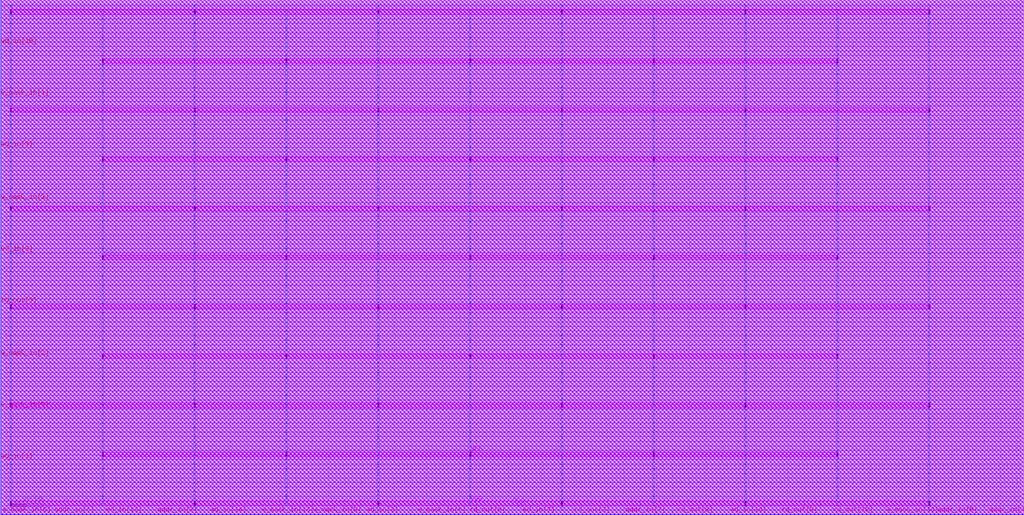
<source format=lef>
VERSION 5.8 ;
BUSBITCHARS "[]" ;
DIVIDERCHAR "/" ;
UNITS
    DATABASE MICRONS 2000 ;
END UNITS

VIA via1_2_960_340_1_3_300_300
  VIARULE Via1Array-0 ;
  CUTSIZE 0.07 0.07 ;
  LAYERS metal1 via1 metal2 ;
  CUTSPACING 0.08 0.08 ;
  ENCLOSURE 0.035 0.05 0.035 0.035 ;
  ROWCOL 1 3 ;
END via1_2_960_340_1_3_300_300

VIA via2_3_960_340_1_3_320_320
  VIARULE Via2Array-0 ;
  CUTSIZE 0.07 0.07 ;
  LAYERS metal2 via2 metal3 ;
  CUTSPACING 0.09 0.09 ;
  ENCLOSURE 0.035 0.035 0.035 0.035 ;
  ROWCOL 1 3 ;
END via2_3_960_340_1_3_320_320

VIA via3_4_960_340_1_3_320_320
  VIARULE Via3Array-0 ;
  CUTSIZE 0.07 0.07 ;
  LAYERS metal3 via3 metal4 ;
  CUTSPACING 0.09 0.09 ;
  ENCLOSURE 0.035 0.035 0.045 0.035 ;
  ROWCOL 1 3 ;
END via3_4_960_340_1_3_320_320

VIA via4_5_960_2800_5_2_600_600
  VIARULE Via4Array-0 ;
  CUTSIZE 0.14 0.14 ;
  LAYERS metal4 via4 metal5 ;
  CUTSPACING 0.16 0.16 ;
  ENCLOSURE 0.02 0 0 0 ;
  ROWCOL 5 2 ;
END via4_5_960_2800_5_2_600_600

VIA via5_6_960_2800_5_2_600_600
  VIARULE Via5Array-0 ;
  CUTSIZE 0.14 0.14 ;
  LAYERS metal5 via5 metal6 ;
  CUTSPACING 0.16 0.16 ;
  ENCLOSURE 0 0 0 0 ;
  ROWCOL 5 2 ;
END via5_6_960_2800_5_2_600_600

VIA via6_7_960_2800_4_1_600_600
  VIARULE Via6Array-0 ;
  CUTSIZE 0.14 0.14 ;
  LAYERS metal6 via6 metal7 ;
  CUTSPACING 0.16 0.16 ;
  ENCLOSURE 0 0 0.13 0.18 ;
  ROWCOL 4 1 ;
END via6_7_960_2800_4_1_600_600

MACRO myram
  FOREIGN myram 0 0 ;
  CLASS BLOCK ;
  SIZE 312.135 BY 157.07 ;
  PIN VSS
    USE GROUND ;
    DIRECTION INOUT ;
    PORT
      LAYER metal7 ;
        RECT  2.9 152.7 283.38 154.1 ;
        RECT  2.9 122.7 283.38 124.1 ;
        RECT  2.9 92.7 283.38 94.1 ;
        RECT  2.9 62.7 283.38 64.1 ;
        RECT  2.9 32.7 283.38 34.1 ;
        RECT  2.9 2.7 283.38 4.1 ;
      LAYER metal4 ;
        RECT  282.9 1.315 283.38 155.485 ;
        RECT  226.9 1.315 227.38 155.485 ;
        RECT  170.9 1.315 171.38 155.485 ;
        RECT  114.9 1.315 115.38 155.485 ;
        RECT  58.9 1.315 59.38 155.485 ;
        RECT  2.9 1.315 3.38 155.485 ;
      LAYER metal1 ;
        RECT  1.14 155.315 311.03 155.485 ;
        RECT  1.14 152.515 311.03 152.685 ;
        RECT  1.14 149.715 311.03 149.885 ;
        RECT  1.14 146.915 311.03 147.085 ;
        RECT  1.14 144.115 311.03 144.285 ;
        RECT  1.14 141.315 311.03 141.485 ;
        RECT  1.14 138.515 311.03 138.685 ;
        RECT  1.14 135.715 311.03 135.885 ;
        RECT  1.14 132.915 311.03 133.085 ;
        RECT  1.14 130.115 311.03 130.285 ;
        RECT  1.14 127.315 311.03 127.485 ;
        RECT  1.14 124.515 311.03 124.685 ;
        RECT  1.14 121.715 311.03 121.885 ;
        RECT  1.14 118.915 311.03 119.085 ;
        RECT  1.14 116.115 311.03 116.285 ;
        RECT  1.14 113.315 311.03 113.485 ;
        RECT  1.14 110.515 311.03 110.685 ;
        RECT  1.14 107.715 311.03 107.885 ;
        RECT  1.14 104.915 311.03 105.085 ;
        RECT  1.14 102.115 311.03 102.285 ;
        RECT  1.14 99.315 311.03 99.485 ;
        RECT  1.14 96.515 311.03 96.685 ;
        RECT  1.14 93.715 311.03 93.885 ;
        RECT  1.14 90.915 311.03 91.085 ;
        RECT  1.14 88.115 311.03 88.285 ;
        RECT  1.14 85.315 311.03 85.485 ;
        RECT  1.14 82.515 311.03 82.685 ;
        RECT  1.14 79.715 311.03 79.885 ;
        RECT  1.14 76.915 311.03 77.085 ;
        RECT  1.14 74.115 311.03 74.285 ;
        RECT  1.14 71.315 311.03 71.485 ;
        RECT  1.14 68.515 311.03 68.685 ;
        RECT  1.14 65.715 311.03 65.885 ;
        RECT  1.14 62.915 311.03 63.085 ;
        RECT  1.14 60.115 311.03 60.285 ;
        RECT  1.14 57.315 311.03 57.485 ;
        RECT  1.14 54.515 311.03 54.685 ;
        RECT  1.14 51.715 311.03 51.885 ;
        RECT  1.14 48.915 311.03 49.085 ;
        RECT  1.14 46.115 311.03 46.285 ;
        RECT  1.14 43.315 311.03 43.485 ;
        RECT  1.14 40.515 311.03 40.685 ;
        RECT  1.14 37.715 311.03 37.885 ;
        RECT  1.14 34.915 311.03 35.085 ;
        RECT  1.14 32.115 311.03 32.285 ;
        RECT  1.14 29.315 311.03 29.485 ;
        RECT  1.14 26.515 311.03 26.685 ;
        RECT  1.14 23.715 311.03 23.885 ;
        RECT  1.14 20.915 311.03 21.085 ;
        RECT  1.14 18.115 311.03 18.285 ;
        RECT  1.14 15.315 311.03 15.485 ;
        RECT  1.14 12.515 311.03 12.685 ;
        RECT  1.14 9.715 311.03 9.885 ;
        RECT  1.14 6.915 311.03 7.085 ;
        RECT  1.14 4.115 311.03 4.285 ;
        RECT  1.14 1.315 311.03 1.485 ;
      VIA 283.14 153.4 via6_7_960_2800_4_1_600_600 ;
      VIA 283.14 153.4 via5_6_960_2800_5_2_600_600 ;
      VIA 283.14 153.4 via4_5_960_2800_5_2_600_600 ;
      VIA 283.14 123.4 via6_7_960_2800_4_1_600_600 ;
      VIA 283.14 123.4 via5_6_960_2800_5_2_600_600 ;
      VIA 283.14 123.4 via4_5_960_2800_5_2_600_600 ;
      VIA 283.14 93.4 via6_7_960_2800_4_1_600_600 ;
      VIA 283.14 93.4 via5_6_960_2800_5_2_600_600 ;
      VIA 283.14 93.4 via4_5_960_2800_5_2_600_600 ;
      VIA 283.14 63.4 via6_7_960_2800_4_1_600_600 ;
      VIA 283.14 63.4 via5_6_960_2800_5_2_600_600 ;
      VIA 283.14 63.4 via4_5_960_2800_5_2_600_600 ;
      VIA 283.14 33.4 via6_7_960_2800_4_1_600_600 ;
      VIA 283.14 33.4 via5_6_960_2800_5_2_600_600 ;
      VIA 283.14 33.4 via4_5_960_2800_5_2_600_600 ;
      VIA 283.14 3.4 via6_7_960_2800_4_1_600_600 ;
      VIA 283.14 3.4 via5_6_960_2800_5_2_600_600 ;
      VIA 283.14 3.4 via4_5_960_2800_5_2_600_600 ;
      VIA 227.14 153.4 via6_7_960_2800_4_1_600_600 ;
      VIA 227.14 153.4 via5_6_960_2800_5_2_600_600 ;
      VIA 227.14 153.4 via4_5_960_2800_5_2_600_600 ;
      VIA 227.14 123.4 via6_7_960_2800_4_1_600_600 ;
      VIA 227.14 123.4 via5_6_960_2800_5_2_600_600 ;
      VIA 227.14 123.4 via4_5_960_2800_5_2_600_600 ;
      VIA 227.14 93.4 via6_7_960_2800_4_1_600_600 ;
      VIA 227.14 93.4 via5_6_960_2800_5_2_600_600 ;
      VIA 227.14 93.4 via4_5_960_2800_5_2_600_600 ;
      VIA 227.14 63.4 via6_7_960_2800_4_1_600_600 ;
      VIA 227.14 63.4 via5_6_960_2800_5_2_600_600 ;
      VIA 227.14 63.4 via4_5_960_2800_5_2_600_600 ;
      VIA 227.14 33.4 via6_7_960_2800_4_1_600_600 ;
      VIA 227.14 33.4 via5_6_960_2800_5_2_600_600 ;
      VIA 227.14 33.4 via4_5_960_2800_5_2_600_600 ;
      VIA 227.14 3.4 via6_7_960_2800_4_1_600_600 ;
      VIA 227.14 3.4 via5_6_960_2800_5_2_600_600 ;
      VIA 227.14 3.4 via4_5_960_2800_5_2_600_600 ;
      VIA 171.14 153.4 via6_7_960_2800_4_1_600_600 ;
      VIA 171.14 153.4 via5_6_960_2800_5_2_600_600 ;
      VIA 171.14 153.4 via4_5_960_2800_5_2_600_600 ;
      VIA 171.14 123.4 via6_7_960_2800_4_1_600_600 ;
      VIA 171.14 123.4 via5_6_960_2800_5_2_600_600 ;
      VIA 171.14 123.4 via4_5_960_2800_5_2_600_600 ;
      VIA 171.14 93.4 via6_7_960_2800_4_1_600_600 ;
      VIA 171.14 93.4 via5_6_960_2800_5_2_600_600 ;
      VIA 171.14 93.4 via4_5_960_2800_5_2_600_600 ;
      VIA 171.14 63.4 via6_7_960_2800_4_1_600_600 ;
      VIA 171.14 63.4 via5_6_960_2800_5_2_600_600 ;
      VIA 171.14 63.4 via4_5_960_2800_5_2_600_600 ;
      VIA 171.14 33.4 via6_7_960_2800_4_1_600_600 ;
      VIA 171.14 33.4 via5_6_960_2800_5_2_600_600 ;
      VIA 171.14 33.4 via4_5_960_2800_5_2_600_600 ;
      VIA 171.14 3.4 via6_7_960_2800_4_1_600_600 ;
      VIA 171.14 3.4 via5_6_960_2800_5_2_600_600 ;
      VIA 171.14 3.4 via4_5_960_2800_5_2_600_600 ;
      VIA 115.14 153.4 via6_7_960_2800_4_1_600_600 ;
      VIA 115.14 153.4 via5_6_960_2800_5_2_600_600 ;
      VIA 115.14 153.4 via4_5_960_2800_5_2_600_600 ;
      VIA 115.14 123.4 via6_7_960_2800_4_1_600_600 ;
      VIA 115.14 123.4 via5_6_960_2800_5_2_600_600 ;
      VIA 115.14 123.4 via4_5_960_2800_5_2_600_600 ;
      VIA 115.14 93.4 via6_7_960_2800_4_1_600_600 ;
      VIA 115.14 93.4 via5_6_960_2800_5_2_600_600 ;
      VIA 115.14 93.4 via4_5_960_2800_5_2_600_600 ;
      VIA 115.14 63.4 via6_7_960_2800_4_1_600_600 ;
      VIA 115.14 63.4 via5_6_960_2800_5_2_600_600 ;
      VIA 115.14 63.4 via4_5_960_2800_5_2_600_600 ;
      VIA 115.14 33.4 via6_7_960_2800_4_1_600_600 ;
      VIA 115.14 33.4 via5_6_960_2800_5_2_600_600 ;
      VIA 115.14 33.4 via4_5_960_2800_5_2_600_600 ;
      VIA 115.14 3.4 via6_7_960_2800_4_1_600_600 ;
      VIA 115.14 3.4 via5_6_960_2800_5_2_600_600 ;
      VIA 115.14 3.4 via4_5_960_2800_5_2_600_600 ;
      VIA 59.14 153.4 via6_7_960_2800_4_1_600_600 ;
      VIA 59.14 153.4 via5_6_960_2800_5_2_600_600 ;
      VIA 59.14 153.4 via4_5_960_2800_5_2_600_600 ;
      VIA 59.14 123.4 via6_7_960_2800_4_1_600_600 ;
      VIA 59.14 123.4 via5_6_960_2800_5_2_600_600 ;
      VIA 59.14 123.4 via4_5_960_2800_5_2_600_600 ;
      VIA 59.14 93.4 via6_7_960_2800_4_1_600_600 ;
      VIA 59.14 93.4 via5_6_960_2800_5_2_600_600 ;
      VIA 59.14 93.4 via4_5_960_2800_5_2_600_600 ;
      VIA 59.14 63.4 via6_7_960_2800_4_1_600_600 ;
      VIA 59.14 63.4 via5_6_960_2800_5_2_600_600 ;
      VIA 59.14 63.4 via4_5_960_2800_5_2_600_600 ;
      VIA 59.14 33.4 via6_7_960_2800_4_1_600_600 ;
      VIA 59.14 33.4 via5_6_960_2800_5_2_600_600 ;
      VIA 59.14 33.4 via4_5_960_2800_5_2_600_600 ;
      VIA 59.14 3.4 via6_7_960_2800_4_1_600_600 ;
      VIA 59.14 3.4 via5_6_960_2800_5_2_600_600 ;
      VIA 59.14 3.4 via4_5_960_2800_5_2_600_600 ;
      VIA 3.14 153.4 via6_7_960_2800_4_1_600_600 ;
      VIA 3.14 153.4 via5_6_960_2800_5_2_600_600 ;
      VIA 3.14 153.4 via4_5_960_2800_5_2_600_600 ;
      VIA 3.14 123.4 via6_7_960_2800_4_1_600_600 ;
      VIA 3.14 123.4 via5_6_960_2800_5_2_600_600 ;
      VIA 3.14 123.4 via4_5_960_2800_5_2_600_600 ;
      VIA 3.14 93.4 via6_7_960_2800_4_1_600_600 ;
      VIA 3.14 93.4 via5_6_960_2800_5_2_600_600 ;
      VIA 3.14 93.4 via4_5_960_2800_5_2_600_600 ;
      VIA 3.14 63.4 via6_7_960_2800_4_1_600_600 ;
      VIA 3.14 63.4 via5_6_960_2800_5_2_600_600 ;
      VIA 3.14 63.4 via4_5_960_2800_5_2_600_600 ;
      VIA 3.14 33.4 via6_7_960_2800_4_1_600_600 ;
      VIA 3.14 33.4 via5_6_960_2800_5_2_600_600 ;
      VIA 3.14 33.4 via4_5_960_2800_5_2_600_600 ;
      VIA 3.14 3.4 via6_7_960_2800_4_1_600_600 ;
      VIA 3.14 3.4 via5_6_960_2800_5_2_600_600 ;
      VIA 3.14 3.4 via4_5_960_2800_5_2_600_600 ;
      VIA 283.14 155.4 via3_4_960_340_1_3_320_320 ;
      VIA 283.14 155.4 via2_3_960_340_1_3_320_320 ;
      VIA 283.14 155.4 via1_2_960_340_1_3_300_300 ;
      VIA 283.14 152.6 via3_4_960_340_1_3_320_320 ;
      VIA 283.14 152.6 via2_3_960_340_1_3_320_320 ;
      VIA 283.14 152.6 via1_2_960_340_1_3_300_300 ;
      VIA 283.14 149.8 via3_4_960_340_1_3_320_320 ;
      VIA 283.14 149.8 via2_3_960_340_1_3_320_320 ;
      VIA 283.14 149.8 via1_2_960_340_1_3_300_300 ;
      VIA 283.14 147 via3_4_960_340_1_3_320_320 ;
      VIA 283.14 147 via2_3_960_340_1_3_320_320 ;
      VIA 283.14 147 via1_2_960_340_1_3_300_300 ;
      VIA 283.14 144.2 via3_4_960_340_1_3_320_320 ;
      VIA 283.14 144.2 via2_3_960_340_1_3_320_320 ;
      VIA 283.14 144.2 via1_2_960_340_1_3_300_300 ;
      VIA 283.14 141.4 via3_4_960_340_1_3_320_320 ;
      VIA 283.14 141.4 via2_3_960_340_1_3_320_320 ;
      VIA 283.14 141.4 via1_2_960_340_1_3_300_300 ;
      VIA 283.14 138.6 via3_4_960_340_1_3_320_320 ;
      VIA 283.14 138.6 via2_3_960_340_1_3_320_320 ;
      VIA 283.14 138.6 via1_2_960_340_1_3_300_300 ;
      VIA 283.14 135.8 via3_4_960_340_1_3_320_320 ;
      VIA 283.14 135.8 via2_3_960_340_1_3_320_320 ;
      VIA 283.14 135.8 via1_2_960_340_1_3_300_300 ;
      VIA 283.14 133 via3_4_960_340_1_3_320_320 ;
      VIA 283.14 133 via2_3_960_340_1_3_320_320 ;
      VIA 283.14 133 via1_2_960_340_1_3_300_300 ;
      VIA 283.14 130.2 via3_4_960_340_1_3_320_320 ;
      VIA 283.14 130.2 via2_3_960_340_1_3_320_320 ;
      VIA 283.14 130.2 via1_2_960_340_1_3_300_300 ;
      VIA 283.14 127.4 via3_4_960_340_1_3_320_320 ;
      VIA 283.14 127.4 via2_3_960_340_1_3_320_320 ;
      VIA 283.14 127.4 via1_2_960_340_1_3_300_300 ;
      VIA 283.14 124.6 via3_4_960_340_1_3_320_320 ;
      VIA 283.14 124.6 via2_3_960_340_1_3_320_320 ;
      VIA 283.14 124.6 via1_2_960_340_1_3_300_300 ;
      VIA 283.14 121.8 via3_4_960_340_1_3_320_320 ;
      VIA 283.14 121.8 via2_3_960_340_1_3_320_320 ;
      VIA 283.14 121.8 via1_2_960_340_1_3_300_300 ;
      VIA 283.14 119 via3_4_960_340_1_3_320_320 ;
      VIA 283.14 119 via2_3_960_340_1_3_320_320 ;
      VIA 283.14 119 via1_2_960_340_1_3_300_300 ;
      VIA 283.14 116.2 via3_4_960_340_1_3_320_320 ;
      VIA 283.14 116.2 via2_3_960_340_1_3_320_320 ;
      VIA 283.14 116.2 via1_2_960_340_1_3_300_300 ;
      VIA 283.14 113.4 via3_4_960_340_1_3_320_320 ;
      VIA 283.14 113.4 via2_3_960_340_1_3_320_320 ;
      VIA 283.14 113.4 via1_2_960_340_1_3_300_300 ;
      VIA 283.14 110.6 via3_4_960_340_1_3_320_320 ;
      VIA 283.14 110.6 via2_3_960_340_1_3_320_320 ;
      VIA 283.14 110.6 via1_2_960_340_1_3_300_300 ;
      VIA 283.14 107.8 via3_4_960_340_1_3_320_320 ;
      VIA 283.14 107.8 via2_3_960_340_1_3_320_320 ;
      VIA 283.14 107.8 via1_2_960_340_1_3_300_300 ;
      VIA 283.14 105 via3_4_960_340_1_3_320_320 ;
      VIA 283.14 105 via2_3_960_340_1_3_320_320 ;
      VIA 283.14 105 via1_2_960_340_1_3_300_300 ;
      VIA 283.14 102.2 via3_4_960_340_1_3_320_320 ;
      VIA 283.14 102.2 via2_3_960_340_1_3_320_320 ;
      VIA 283.14 102.2 via1_2_960_340_1_3_300_300 ;
      VIA 283.14 99.4 via3_4_960_340_1_3_320_320 ;
      VIA 283.14 99.4 via2_3_960_340_1_3_320_320 ;
      VIA 283.14 99.4 via1_2_960_340_1_3_300_300 ;
      VIA 283.14 96.6 via3_4_960_340_1_3_320_320 ;
      VIA 283.14 96.6 via2_3_960_340_1_3_320_320 ;
      VIA 283.14 96.6 via1_2_960_340_1_3_300_300 ;
      VIA 283.14 93.8 via3_4_960_340_1_3_320_320 ;
      VIA 283.14 93.8 via2_3_960_340_1_3_320_320 ;
      VIA 283.14 93.8 via1_2_960_340_1_3_300_300 ;
      VIA 283.14 91 via3_4_960_340_1_3_320_320 ;
      VIA 283.14 91 via2_3_960_340_1_3_320_320 ;
      VIA 283.14 91 via1_2_960_340_1_3_300_300 ;
      VIA 283.14 88.2 via3_4_960_340_1_3_320_320 ;
      VIA 283.14 88.2 via2_3_960_340_1_3_320_320 ;
      VIA 283.14 88.2 via1_2_960_340_1_3_300_300 ;
      VIA 283.14 85.4 via3_4_960_340_1_3_320_320 ;
      VIA 283.14 85.4 via2_3_960_340_1_3_320_320 ;
      VIA 283.14 85.4 via1_2_960_340_1_3_300_300 ;
      VIA 283.14 82.6 via3_4_960_340_1_3_320_320 ;
      VIA 283.14 82.6 via2_3_960_340_1_3_320_320 ;
      VIA 283.14 82.6 via1_2_960_340_1_3_300_300 ;
      VIA 283.14 79.8 via3_4_960_340_1_3_320_320 ;
      VIA 283.14 79.8 via2_3_960_340_1_3_320_320 ;
      VIA 283.14 79.8 via1_2_960_340_1_3_300_300 ;
      VIA 283.14 77 via3_4_960_340_1_3_320_320 ;
      VIA 283.14 77 via2_3_960_340_1_3_320_320 ;
      VIA 283.14 77 via1_2_960_340_1_3_300_300 ;
      VIA 283.14 74.2 via3_4_960_340_1_3_320_320 ;
      VIA 283.14 74.2 via2_3_960_340_1_3_320_320 ;
      VIA 283.14 74.2 via1_2_960_340_1_3_300_300 ;
      VIA 283.14 71.4 via3_4_960_340_1_3_320_320 ;
      VIA 283.14 71.4 via2_3_960_340_1_3_320_320 ;
      VIA 283.14 71.4 via1_2_960_340_1_3_300_300 ;
      VIA 283.14 68.6 via3_4_960_340_1_3_320_320 ;
      VIA 283.14 68.6 via2_3_960_340_1_3_320_320 ;
      VIA 283.14 68.6 via1_2_960_340_1_3_300_300 ;
      VIA 283.14 65.8 via3_4_960_340_1_3_320_320 ;
      VIA 283.14 65.8 via2_3_960_340_1_3_320_320 ;
      VIA 283.14 65.8 via1_2_960_340_1_3_300_300 ;
      VIA 283.14 63 via3_4_960_340_1_3_320_320 ;
      VIA 283.14 63 via2_3_960_340_1_3_320_320 ;
      VIA 283.14 63 via1_2_960_340_1_3_300_300 ;
      VIA 283.14 60.2 via3_4_960_340_1_3_320_320 ;
      VIA 283.14 60.2 via2_3_960_340_1_3_320_320 ;
      VIA 283.14 60.2 via1_2_960_340_1_3_300_300 ;
      VIA 283.14 57.4 via3_4_960_340_1_3_320_320 ;
      VIA 283.14 57.4 via2_3_960_340_1_3_320_320 ;
      VIA 283.14 57.4 via1_2_960_340_1_3_300_300 ;
      VIA 283.14 54.6 via3_4_960_340_1_3_320_320 ;
      VIA 283.14 54.6 via2_3_960_340_1_3_320_320 ;
      VIA 283.14 54.6 via1_2_960_340_1_3_300_300 ;
      VIA 283.14 51.8 via3_4_960_340_1_3_320_320 ;
      VIA 283.14 51.8 via2_3_960_340_1_3_320_320 ;
      VIA 283.14 51.8 via1_2_960_340_1_3_300_300 ;
      VIA 283.14 49 via3_4_960_340_1_3_320_320 ;
      VIA 283.14 49 via2_3_960_340_1_3_320_320 ;
      VIA 283.14 49 via1_2_960_340_1_3_300_300 ;
      VIA 283.14 46.2 via3_4_960_340_1_3_320_320 ;
      VIA 283.14 46.2 via2_3_960_340_1_3_320_320 ;
      VIA 283.14 46.2 via1_2_960_340_1_3_300_300 ;
      VIA 283.14 43.4 via3_4_960_340_1_3_320_320 ;
      VIA 283.14 43.4 via2_3_960_340_1_3_320_320 ;
      VIA 283.14 43.4 via1_2_960_340_1_3_300_300 ;
      VIA 283.14 40.6 via3_4_960_340_1_3_320_320 ;
      VIA 283.14 40.6 via2_3_960_340_1_3_320_320 ;
      VIA 283.14 40.6 via1_2_960_340_1_3_300_300 ;
      VIA 283.14 37.8 via3_4_960_340_1_3_320_320 ;
      VIA 283.14 37.8 via2_3_960_340_1_3_320_320 ;
      VIA 283.14 37.8 via1_2_960_340_1_3_300_300 ;
      VIA 283.14 35 via3_4_960_340_1_3_320_320 ;
      VIA 283.14 35 via2_3_960_340_1_3_320_320 ;
      VIA 283.14 35 via1_2_960_340_1_3_300_300 ;
      VIA 283.14 32.2 via3_4_960_340_1_3_320_320 ;
      VIA 283.14 32.2 via2_3_960_340_1_3_320_320 ;
      VIA 283.14 32.2 via1_2_960_340_1_3_300_300 ;
      VIA 283.14 29.4 via3_4_960_340_1_3_320_320 ;
      VIA 283.14 29.4 via2_3_960_340_1_3_320_320 ;
      VIA 283.14 29.4 via1_2_960_340_1_3_300_300 ;
      VIA 283.14 26.6 via3_4_960_340_1_3_320_320 ;
      VIA 283.14 26.6 via2_3_960_340_1_3_320_320 ;
      VIA 283.14 26.6 via1_2_960_340_1_3_300_300 ;
      VIA 283.14 23.8 via3_4_960_340_1_3_320_320 ;
      VIA 283.14 23.8 via2_3_960_340_1_3_320_320 ;
      VIA 283.14 23.8 via1_2_960_340_1_3_300_300 ;
      VIA 283.14 21 via3_4_960_340_1_3_320_320 ;
      VIA 283.14 21 via2_3_960_340_1_3_320_320 ;
      VIA 283.14 21 via1_2_960_340_1_3_300_300 ;
      VIA 283.14 18.2 via3_4_960_340_1_3_320_320 ;
      VIA 283.14 18.2 via2_3_960_340_1_3_320_320 ;
      VIA 283.14 18.2 via1_2_960_340_1_3_300_300 ;
      VIA 283.14 15.4 via3_4_960_340_1_3_320_320 ;
      VIA 283.14 15.4 via2_3_960_340_1_3_320_320 ;
      VIA 283.14 15.4 via1_2_960_340_1_3_300_300 ;
      VIA 283.14 12.6 via3_4_960_340_1_3_320_320 ;
      VIA 283.14 12.6 via2_3_960_340_1_3_320_320 ;
      VIA 283.14 12.6 via1_2_960_340_1_3_300_300 ;
      VIA 283.14 9.8 via3_4_960_340_1_3_320_320 ;
      VIA 283.14 9.8 via2_3_960_340_1_3_320_320 ;
      VIA 283.14 9.8 via1_2_960_340_1_3_300_300 ;
      VIA 283.14 7 via3_4_960_340_1_3_320_320 ;
      VIA 283.14 7 via2_3_960_340_1_3_320_320 ;
      VIA 283.14 7 via1_2_960_340_1_3_300_300 ;
      VIA 283.14 4.2 via3_4_960_340_1_3_320_320 ;
      VIA 283.14 4.2 via2_3_960_340_1_3_320_320 ;
      VIA 283.14 4.2 via1_2_960_340_1_3_300_300 ;
      VIA 283.14 1.4 via3_4_960_340_1_3_320_320 ;
      VIA 283.14 1.4 via2_3_960_340_1_3_320_320 ;
      VIA 283.14 1.4 via1_2_960_340_1_3_300_300 ;
      VIA 227.14 155.4 via3_4_960_340_1_3_320_320 ;
      VIA 227.14 155.4 via2_3_960_340_1_3_320_320 ;
      VIA 227.14 155.4 via1_2_960_340_1_3_300_300 ;
      VIA 227.14 152.6 via3_4_960_340_1_3_320_320 ;
      VIA 227.14 152.6 via2_3_960_340_1_3_320_320 ;
      VIA 227.14 152.6 via1_2_960_340_1_3_300_300 ;
      VIA 227.14 149.8 via3_4_960_340_1_3_320_320 ;
      VIA 227.14 149.8 via2_3_960_340_1_3_320_320 ;
      VIA 227.14 149.8 via1_2_960_340_1_3_300_300 ;
      VIA 227.14 147 via3_4_960_340_1_3_320_320 ;
      VIA 227.14 147 via2_3_960_340_1_3_320_320 ;
      VIA 227.14 147 via1_2_960_340_1_3_300_300 ;
      VIA 227.14 144.2 via3_4_960_340_1_3_320_320 ;
      VIA 227.14 144.2 via2_3_960_340_1_3_320_320 ;
      VIA 227.14 144.2 via1_2_960_340_1_3_300_300 ;
      VIA 227.14 141.4 via3_4_960_340_1_3_320_320 ;
      VIA 227.14 141.4 via2_3_960_340_1_3_320_320 ;
      VIA 227.14 141.4 via1_2_960_340_1_3_300_300 ;
      VIA 227.14 138.6 via3_4_960_340_1_3_320_320 ;
      VIA 227.14 138.6 via2_3_960_340_1_3_320_320 ;
      VIA 227.14 138.6 via1_2_960_340_1_3_300_300 ;
      VIA 227.14 135.8 via3_4_960_340_1_3_320_320 ;
      VIA 227.14 135.8 via2_3_960_340_1_3_320_320 ;
      VIA 227.14 135.8 via1_2_960_340_1_3_300_300 ;
      VIA 227.14 133 via3_4_960_340_1_3_320_320 ;
      VIA 227.14 133 via2_3_960_340_1_3_320_320 ;
      VIA 227.14 133 via1_2_960_340_1_3_300_300 ;
      VIA 227.14 130.2 via3_4_960_340_1_3_320_320 ;
      VIA 227.14 130.2 via2_3_960_340_1_3_320_320 ;
      VIA 227.14 130.2 via1_2_960_340_1_3_300_300 ;
      VIA 227.14 127.4 via3_4_960_340_1_3_320_320 ;
      VIA 227.14 127.4 via2_3_960_340_1_3_320_320 ;
      VIA 227.14 127.4 via1_2_960_340_1_3_300_300 ;
      VIA 227.14 124.6 via3_4_960_340_1_3_320_320 ;
      VIA 227.14 124.6 via2_3_960_340_1_3_320_320 ;
      VIA 227.14 124.6 via1_2_960_340_1_3_300_300 ;
      VIA 227.14 121.8 via3_4_960_340_1_3_320_320 ;
      VIA 227.14 121.8 via2_3_960_340_1_3_320_320 ;
      VIA 227.14 121.8 via1_2_960_340_1_3_300_300 ;
      VIA 227.14 119 via3_4_960_340_1_3_320_320 ;
      VIA 227.14 119 via2_3_960_340_1_3_320_320 ;
      VIA 227.14 119 via1_2_960_340_1_3_300_300 ;
      VIA 227.14 116.2 via3_4_960_340_1_3_320_320 ;
      VIA 227.14 116.2 via2_3_960_340_1_3_320_320 ;
      VIA 227.14 116.2 via1_2_960_340_1_3_300_300 ;
      VIA 227.14 113.4 via3_4_960_340_1_3_320_320 ;
      VIA 227.14 113.4 via2_3_960_340_1_3_320_320 ;
      VIA 227.14 113.4 via1_2_960_340_1_3_300_300 ;
      VIA 227.14 110.6 via3_4_960_340_1_3_320_320 ;
      VIA 227.14 110.6 via2_3_960_340_1_3_320_320 ;
      VIA 227.14 110.6 via1_2_960_340_1_3_300_300 ;
      VIA 227.14 107.8 via3_4_960_340_1_3_320_320 ;
      VIA 227.14 107.8 via2_3_960_340_1_3_320_320 ;
      VIA 227.14 107.8 via1_2_960_340_1_3_300_300 ;
      VIA 227.14 105 via3_4_960_340_1_3_320_320 ;
      VIA 227.14 105 via2_3_960_340_1_3_320_320 ;
      VIA 227.14 105 via1_2_960_340_1_3_300_300 ;
      VIA 227.14 102.2 via3_4_960_340_1_3_320_320 ;
      VIA 227.14 102.2 via2_3_960_340_1_3_320_320 ;
      VIA 227.14 102.2 via1_2_960_340_1_3_300_300 ;
      VIA 227.14 99.4 via3_4_960_340_1_3_320_320 ;
      VIA 227.14 99.4 via2_3_960_340_1_3_320_320 ;
      VIA 227.14 99.4 via1_2_960_340_1_3_300_300 ;
      VIA 227.14 96.6 via3_4_960_340_1_3_320_320 ;
      VIA 227.14 96.6 via2_3_960_340_1_3_320_320 ;
      VIA 227.14 96.6 via1_2_960_340_1_3_300_300 ;
      VIA 227.14 93.8 via3_4_960_340_1_3_320_320 ;
      VIA 227.14 93.8 via2_3_960_340_1_3_320_320 ;
      VIA 227.14 93.8 via1_2_960_340_1_3_300_300 ;
      VIA 227.14 91 via3_4_960_340_1_3_320_320 ;
      VIA 227.14 91 via2_3_960_340_1_3_320_320 ;
      VIA 227.14 91 via1_2_960_340_1_3_300_300 ;
      VIA 227.14 88.2 via3_4_960_340_1_3_320_320 ;
      VIA 227.14 88.2 via2_3_960_340_1_3_320_320 ;
      VIA 227.14 88.2 via1_2_960_340_1_3_300_300 ;
      VIA 227.14 85.4 via3_4_960_340_1_3_320_320 ;
      VIA 227.14 85.4 via2_3_960_340_1_3_320_320 ;
      VIA 227.14 85.4 via1_2_960_340_1_3_300_300 ;
      VIA 227.14 82.6 via3_4_960_340_1_3_320_320 ;
      VIA 227.14 82.6 via2_3_960_340_1_3_320_320 ;
      VIA 227.14 82.6 via1_2_960_340_1_3_300_300 ;
      VIA 227.14 79.8 via3_4_960_340_1_3_320_320 ;
      VIA 227.14 79.8 via2_3_960_340_1_3_320_320 ;
      VIA 227.14 79.8 via1_2_960_340_1_3_300_300 ;
      VIA 227.14 77 via3_4_960_340_1_3_320_320 ;
      VIA 227.14 77 via2_3_960_340_1_3_320_320 ;
      VIA 227.14 77 via1_2_960_340_1_3_300_300 ;
      VIA 227.14 74.2 via3_4_960_340_1_3_320_320 ;
      VIA 227.14 74.2 via2_3_960_340_1_3_320_320 ;
      VIA 227.14 74.2 via1_2_960_340_1_3_300_300 ;
      VIA 227.14 71.4 via3_4_960_340_1_3_320_320 ;
      VIA 227.14 71.4 via2_3_960_340_1_3_320_320 ;
      VIA 227.14 71.4 via1_2_960_340_1_3_300_300 ;
      VIA 227.14 68.6 via3_4_960_340_1_3_320_320 ;
      VIA 227.14 68.6 via2_3_960_340_1_3_320_320 ;
      VIA 227.14 68.6 via1_2_960_340_1_3_300_300 ;
      VIA 227.14 65.8 via3_4_960_340_1_3_320_320 ;
      VIA 227.14 65.8 via2_3_960_340_1_3_320_320 ;
      VIA 227.14 65.8 via1_2_960_340_1_3_300_300 ;
      VIA 227.14 63 via3_4_960_340_1_3_320_320 ;
      VIA 227.14 63 via2_3_960_340_1_3_320_320 ;
      VIA 227.14 63 via1_2_960_340_1_3_300_300 ;
      VIA 227.14 60.2 via3_4_960_340_1_3_320_320 ;
      VIA 227.14 60.2 via2_3_960_340_1_3_320_320 ;
      VIA 227.14 60.2 via1_2_960_340_1_3_300_300 ;
      VIA 227.14 57.4 via3_4_960_340_1_3_320_320 ;
      VIA 227.14 57.4 via2_3_960_340_1_3_320_320 ;
      VIA 227.14 57.4 via1_2_960_340_1_3_300_300 ;
      VIA 227.14 54.6 via3_4_960_340_1_3_320_320 ;
      VIA 227.14 54.6 via2_3_960_340_1_3_320_320 ;
      VIA 227.14 54.6 via1_2_960_340_1_3_300_300 ;
      VIA 227.14 51.8 via3_4_960_340_1_3_320_320 ;
      VIA 227.14 51.8 via2_3_960_340_1_3_320_320 ;
      VIA 227.14 51.8 via1_2_960_340_1_3_300_300 ;
      VIA 227.14 49 via3_4_960_340_1_3_320_320 ;
      VIA 227.14 49 via2_3_960_340_1_3_320_320 ;
      VIA 227.14 49 via1_2_960_340_1_3_300_300 ;
      VIA 227.14 46.2 via3_4_960_340_1_3_320_320 ;
      VIA 227.14 46.2 via2_3_960_340_1_3_320_320 ;
      VIA 227.14 46.2 via1_2_960_340_1_3_300_300 ;
      VIA 227.14 43.4 via3_4_960_340_1_3_320_320 ;
      VIA 227.14 43.4 via2_3_960_340_1_3_320_320 ;
      VIA 227.14 43.4 via1_2_960_340_1_3_300_300 ;
      VIA 227.14 40.6 via3_4_960_340_1_3_320_320 ;
      VIA 227.14 40.6 via2_3_960_340_1_3_320_320 ;
      VIA 227.14 40.6 via1_2_960_340_1_3_300_300 ;
      VIA 227.14 37.8 via3_4_960_340_1_3_320_320 ;
      VIA 227.14 37.8 via2_3_960_340_1_3_320_320 ;
      VIA 227.14 37.8 via1_2_960_340_1_3_300_300 ;
      VIA 227.14 35 via3_4_960_340_1_3_320_320 ;
      VIA 227.14 35 via2_3_960_340_1_3_320_320 ;
      VIA 227.14 35 via1_2_960_340_1_3_300_300 ;
      VIA 227.14 32.2 via3_4_960_340_1_3_320_320 ;
      VIA 227.14 32.2 via2_3_960_340_1_3_320_320 ;
      VIA 227.14 32.2 via1_2_960_340_1_3_300_300 ;
      VIA 227.14 29.4 via3_4_960_340_1_3_320_320 ;
      VIA 227.14 29.4 via2_3_960_340_1_3_320_320 ;
      VIA 227.14 29.4 via1_2_960_340_1_3_300_300 ;
      VIA 227.14 26.6 via3_4_960_340_1_3_320_320 ;
      VIA 227.14 26.6 via2_3_960_340_1_3_320_320 ;
      VIA 227.14 26.6 via1_2_960_340_1_3_300_300 ;
      VIA 227.14 23.8 via3_4_960_340_1_3_320_320 ;
      VIA 227.14 23.8 via2_3_960_340_1_3_320_320 ;
      VIA 227.14 23.8 via1_2_960_340_1_3_300_300 ;
      VIA 227.14 21 via3_4_960_340_1_3_320_320 ;
      VIA 227.14 21 via2_3_960_340_1_3_320_320 ;
      VIA 227.14 21 via1_2_960_340_1_3_300_300 ;
      VIA 227.14 18.2 via3_4_960_340_1_3_320_320 ;
      VIA 227.14 18.2 via2_3_960_340_1_3_320_320 ;
      VIA 227.14 18.2 via1_2_960_340_1_3_300_300 ;
      VIA 227.14 15.4 via3_4_960_340_1_3_320_320 ;
      VIA 227.14 15.4 via2_3_960_340_1_3_320_320 ;
      VIA 227.14 15.4 via1_2_960_340_1_3_300_300 ;
      VIA 227.14 12.6 via3_4_960_340_1_3_320_320 ;
      VIA 227.14 12.6 via2_3_960_340_1_3_320_320 ;
      VIA 227.14 12.6 via1_2_960_340_1_3_300_300 ;
      VIA 227.14 9.8 via3_4_960_340_1_3_320_320 ;
      VIA 227.14 9.8 via2_3_960_340_1_3_320_320 ;
      VIA 227.14 9.8 via1_2_960_340_1_3_300_300 ;
      VIA 227.14 7 via3_4_960_340_1_3_320_320 ;
      VIA 227.14 7 via2_3_960_340_1_3_320_320 ;
      VIA 227.14 7 via1_2_960_340_1_3_300_300 ;
      VIA 227.14 4.2 via3_4_960_340_1_3_320_320 ;
      VIA 227.14 4.2 via2_3_960_340_1_3_320_320 ;
      VIA 227.14 4.2 via1_2_960_340_1_3_300_300 ;
      VIA 227.14 1.4 via3_4_960_340_1_3_320_320 ;
      VIA 227.14 1.4 via2_3_960_340_1_3_320_320 ;
      VIA 227.14 1.4 via1_2_960_340_1_3_300_300 ;
      VIA 171.14 155.4 via3_4_960_340_1_3_320_320 ;
      VIA 171.14 155.4 via2_3_960_340_1_3_320_320 ;
      VIA 171.14 155.4 via1_2_960_340_1_3_300_300 ;
      VIA 171.14 152.6 via3_4_960_340_1_3_320_320 ;
      VIA 171.14 152.6 via2_3_960_340_1_3_320_320 ;
      VIA 171.14 152.6 via1_2_960_340_1_3_300_300 ;
      VIA 171.14 149.8 via3_4_960_340_1_3_320_320 ;
      VIA 171.14 149.8 via2_3_960_340_1_3_320_320 ;
      VIA 171.14 149.8 via1_2_960_340_1_3_300_300 ;
      VIA 171.14 147 via3_4_960_340_1_3_320_320 ;
      VIA 171.14 147 via2_3_960_340_1_3_320_320 ;
      VIA 171.14 147 via1_2_960_340_1_3_300_300 ;
      VIA 171.14 144.2 via3_4_960_340_1_3_320_320 ;
      VIA 171.14 144.2 via2_3_960_340_1_3_320_320 ;
      VIA 171.14 144.2 via1_2_960_340_1_3_300_300 ;
      VIA 171.14 141.4 via3_4_960_340_1_3_320_320 ;
      VIA 171.14 141.4 via2_3_960_340_1_3_320_320 ;
      VIA 171.14 141.4 via1_2_960_340_1_3_300_300 ;
      VIA 171.14 138.6 via3_4_960_340_1_3_320_320 ;
      VIA 171.14 138.6 via2_3_960_340_1_3_320_320 ;
      VIA 171.14 138.6 via1_2_960_340_1_3_300_300 ;
      VIA 171.14 135.8 via3_4_960_340_1_3_320_320 ;
      VIA 171.14 135.8 via2_3_960_340_1_3_320_320 ;
      VIA 171.14 135.8 via1_2_960_340_1_3_300_300 ;
      VIA 171.14 133 via3_4_960_340_1_3_320_320 ;
      VIA 171.14 133 via2_3_960_340_1_3_320_320 ;
      VIA 171.14 133 via1_2_960_340_1_3_300_300 ;
      VIA 171.14 130.2 via3_4_960_340_1_3_320_320 ;
      VIA 171.14 130.2 via2_3_960_340_1_3_320_320 ;
      VIA 171.14 130.2 via1_2_960_340_1_3_300_300 ;
      VIA 171.14 127.4 via3_4_960_340_1_3_320_320 ;
      VIA 171.14 127.4 via2_3_960_340_1_3_320_320 ;
      VIA 171.14 127.4 via1_2_960_340_1_3_300_300 ;
      VIA 171.14 124.6 via3_4_960_340_1_3_320_320 ;
      VIA 171.14 124.6 via2_3_960_340_1_3_320_320 ;
      VIA 171.14 124.6 via1_2_960_340_1_3_300_300 ;
      VIA 171.14 121.8 via3_4_960_340_1_3_320_320 ;
      VIA 171.14 121.8 via2_3_960_340_1_3_320_320 ;
      VIA 171.14 121.8 via1_2_960_340_1_3_300_300 ;
      VIA 171.14 119 via3_4_960_340_1_3_320_320 ;
      VIA 171.14 119 via2_3_960_340_1_3_320_320 ;
      VIA 171.14 119 via1_2_960_340_1_3_300_300 ;
      VIA 171.14 116.2 via3_4_960_340_1_3_320_320 ;
      VIA 171.14 116.2 via2_3_960_340_1_3_320_320 ;
      VIA 171.14 116.2 via1_2_960_340_1_3_300_300 ;
      VIA 171.14 113.4 via3_4_960_340_1_3_320_320 ;
      VIA 171.14 113.4 via2_3_960_340_1_3_320_320 ;
      VIA 171.14 113.4 via1_2_960_340_1_3_300_300 ;
      VIA 171.14 110.6 via3_4_960_340_1_3_320_320 ;
      VIA 171.14 110.6 via2_3_960_340_1_3_320_320 ;
      VIA 171.14 110.6 via1_2_960_340_1_3_300_300 ;
      VIA 171.14 107.8 via3_4_960_340_1_3_320_320 ;
      VIA 171.14 107.8 via2_3_960_340_1_3_320_320 ;
      VIA 171.14 107.8 via1_2_960_340_1_3_300_300 ;
      VIA 171.14 105 via3_4_960_340_1_3_320_320 ;
      VIA 171.14 105 via2_3_960_340_1_3_320_320 ;
      VIA 171.14 105 via1_2_960_340_1_3_300_300 ;
      VIA 171.14 102.2 via3_4_960_340_1_3_320_320 ;
      VIA 171.14 102.2 via2_3_960_340_1_3_320_320 ;
      VIA 171.14 102.2 via1_2_960_340_1_3_300_300 ;
      VIA 171.14 99.4 via3_4_960_340_1_3_320_320 ;
      VIA 171.14 99.4 via2_3_960_340_1_3_320_320 ;
      VIA 171.14 99.4 via1_2_960_340_1_3_300_300 ;
      VIA 171.14 96.6 via3_4_960_340_1_3_320_320 ;
      VIA 171.14 96.6 via2_3_960_340_1_3_320_320 ;
      VIA 171.14 96.6 via1_2_960_340_1_3_300_300 ;
      VIA 171.14 93.8 via3_4_960_340_1_3_320_320 ;
      VIA 171.14 93.8 via2_3_960_340_1_3_320_320 ;
      VIA 171.14 93.8 via1_2_960_340_1_3_300_300 ;
      VIA 171.14 91 via3_4_960_340_1_3_320_320 ;
      VIA 171.14 91 via2_3_960_340_1_3_320_320 ;
      VIA 171.14 91 via1_2_960_340_1_3_300_300 ;
      VIA 171.14 88.2 via3_4_960_340_1_3_320_320 ;
      VIA 171.14 88.2 via2_3_960_340_1_3_320_320 ;
      VIA 171.14 88.2 via1_2_960_340_1_3_300_300 ;
      VIA 171.14 85.4 via3_4_960_340_1_3_320_320 ;
      VIA 171.14 85.4 via2_3_960_340_1_3_320_320 ;
      VIA 171.14 85.4 via1_2_960_340_1_3_300_300 ;
      VIA 171.14 82.6 via3_4_960_340_1_3_320_320 ;
      VIA 171.14 82.6 via2_3_960_340_1_3_320_320 ;
      VIA 171.14 82.6 via1_2_960_340_1_3_300_300 ;
      VIA 171.14 79.8 via3_4_960_340_1_3_320_320 ;
      VIA 171.14 79.8 via2_3_960_340_1_3_320_320 ;
      VIA 171.14 79.8 via1_2_960_340_1_3_300_300 ;
      VIA 171.14 77 via3_4_960_340_1_3_320_320 ;
      VIA 171.14 77 via2_3_960_340_1_3_320_320 ;
      VIA 171.14 77 via1_2_960_340_1_3_300_300 ;
      VIA 171.14 74.2 via3_4_960_340_1_3_320_320 ;
      VIA 171.14 74.2 via2_3_960_340_1_3_320_320 ;
      VIA 171.14 74.2 via1_2_960_340_1_3_300_300 ;
      VIA 171.14 71.4 via3_4_960_340_1_3_320_320 ;
      VIA 171.14 71.4 via2_3_960_340_1_3_320_320 ;
      VIA 171.14 71.4 via1_2_960_340_1_3_300_300 ;
      VIA 171.14 68.6 via3_4_960_340_1_3_320_320 ;
      VIA 171.14 68.6 via2_3_960_340_1_3_320_320 ;
      VIA 171.14 68.6 via1_2_960_340_1_3_300_300 ;
      VIA 171.14 65.8 via3_4_960_340_1_3_320_320 ;
      VIA 171.14 65.8 via2_3_960_340_1_3_320_320 ;
      VIA 171.14 65.8 via1_2_960_340_1_3_300_300 ;
      VIA 171.14 63 via3_4_960_340_1_3_320_320 ;
      VIA 171.14 63 via2_3_960_340_1_3_320_320 ;
      VIA 171.14 63 via1_2_960_340_1_3_300_300 ;
      VIA 171.14 60.2 via3_4_960_340_1_3_320_320 ;
      VIA 171.14 60.2 via2_3_960_340_1_3_320_320 ;
      VIA 171.14 60.2 via1_2_960_340_1_3_300_300 ;
      VIA 171.14 57.4 via3_4_960_340_1_3_320_320 ;
      VIA 171.14 57.4 via2_3_960_340_1_3_320_320 ;
      VIA 171.14 57.4 via1_2_960_340_1_3_300_300 ;
      VIA 171.14 54.6 via3_4_960_340_1_3_320_320 ;
      VIA 171.14 54.6 via2_3_960_340_1_3_320_320 ;
      VIA 171.14 54.6 via1_2_960_340_1_3_300_300 ;
      VIA 171.14 51.8 via3_4_960_340_1_3_320_320 ;
      VIA 171.14 51.8 via2_3_960_340_1_3_320_320 ;
      VIA 171.14 51.8 via1_2_960_340_1_3_300_300 ;
      VIA 171.14 49 via3_4_960_340_1_3_320_320 ;
      VIA 171.14 49 via2_3_960_340_1_3_320_320 ;
      VIA 171.14 49 via1_2_960_340_1_3_300_300 ;
      VIA 171.14 46.2 via3_4_960_340_1_3_320_320 ;
      VIA 171.14 46.2 via2_3_960_340_1_3_320_320 ;
      VIA 171.14 46.2 via1_2_960_340_1_3_300_300 ;
      VIA 171.14 43.4 via3_4_960_340_1_3_320_320 ;
      VIA 171.14 43.4 via2_3_960_340_1_3_320_320 ;
      VIA 171.14 43.4 via1_2_960_340_1_3_300_300 ;
      VIA 171.14 40.6 via3_4_960_340_1_3_320_320 ;
      VIA 171.14 40.6 via2_3_960_340_1_3_320_320 ;
      VIA 171.14 40.6 via1_2_960_340_1_3_300_300 ;
      VIA 171.14 37.8 via3_4_960_340_1_3_320_320 ;
      VIA 171.14 37.8 via2_3_960_340_1_3_320_320 ;
      VIA 171.14 37.8 via1_2_960_340_1_3_300_300 ;
      VIA 171.14 35 via3_4_960_340_1_3_320_320 ;
      VIA 171.14 35 via2_3_960_340_1_3_320_320 ;
      VIA 171.14 35 via1_2_960_340_1_3_300_300 ;
      VIA 171.14 32.2 via3_4_960_340_1_3_320_320 ;
      VIA 171.14 32.2 via2_3_960_340_1_3_320_320 ;
      VIA 171.14 32.2 via1_2_960_340_1_3_300_300 ;
      VIA 171.14 29.4 via3_4_960_340_1_3_320_320 ;
      VIA 171.14 29.4 via2_3_960_340_1_3_320_320 ;
      VIA 171.14 29.4 via1_2_960_340_1_3_300_300 ;
      VIA 171.14 26.6 via3_4_960_340_1_3_320_320 ;
      VIA 171.14 26.6 via2_3_960_340_1_3_320_320 ;
      VIA 171.14 26.6 via1_2_960_340_1_3_300_300 ;
      VIA 171.14 23.8 via3_4_960_340_1_3_320_320 ;
      VIA 171.14 23.8 via2_3_960_340_1_3_320_320 ;
      VIA 171.14 23.8 via1_2_960_340_1_3_300_300 ;
      VIA 171.14 21 via3_4_960_340_1_3_320_320 ;
      VIA 171.14 21 via2_3_960_340_1_3_320_320 ;
      VIA 171.14 21 via1_2_960_340_1_3_300_300 ;
      VIA 171.14 18.2 via3_4_960_340_1_3_320_320 ;
      VIA 171.14 18.2 via2_3_960_340_1_3_320_320 ;
      VIA 171.14 18.2 via1_2_960_340_1_3_300_300 ;
      VIA 171.14 15.4 via3_4_960_340_1_3_320_320 ;
      VIA 171.14 15.4 via2_3_960_340_1_3_320_320 ;
      VIA 171.14 15.4 via1_2_960_340_1_3_300_300 ;
      VIA 171.14 12.6 via3_4_960_340_1_3_320_320 ;
      VIA 171.14 12.6 via2_3_960_340_1_3_320_320 ;
      VIA 171.14 12.6 via1_2_960_340_1_3_300_300 ;
      VIA 171.14 9.8 via3_4_960_340_1_3_320_320 ;
      VIA 171.14 9.8 via2_3_960_340_1_3_320_320 ;
      VIA 171.14 9.8 via1_2_960_340_1_3_300_300 ;
      VIA 171.14 7 via3_4_960_340_1_3_320_320 ;
      VIA 171.14 7 via2_3_960_340_1_3_320_320 ;
      VIA 171.14 7 via1_2_960_340_1_3_300_300 ;
      VIA 171.14 4.2 via3_4_960_340_1_3_320_320 ;
      VIA 171.14 4.2 via2_3_960_340_1_3_320_320 ;
      VIA 171.14 4.2 via1_2_960_340_1_3_300_300 ;
      VIA 171.14 1.4 via3_4_960_340_1_3_320_320 ;
      VIA 171.14 1.4 via2_3_960_340_1_3_320_320 ;
      VIA 171.14 1.4 via1_2_960_340_1_3_300_300 ;
      VIA 115.14 155.4 via3_4_960_340_1_3_320_320 ;
      VIA 115.14 155.4 via2_3_960_340_1_3_320_320 ;
      VIA 115.14 155.4 via1_2_960_340_1_3_300_300 ;
      VIA 115.14 152.6 via3_4_960_340_1_3_320_320 ;
      VIA 115.14 152.6 via2_3_960_340_1_3_320_320 ;
      VIA 115.14 152.6 via1_2_960_340_1_3_300_300 ;
      VIA 115.14 149.8 via3_4_960_340_1_3_320_320 ;
      VIA 115.14 149.8 via2_3_960_340_1_3_320_320 ;
      VIA 115.14 149.8 via1_2_960_340_1_3_300_300 ;
      VIA 115.14 147 via3_4_960_340_1_3_320_320 ;
      VIA 115.14 147 via2_3_960_340_1_3_320_320 ;
      VIA 115.14 147 via1_2_960_340_1_3_300_300 ;
      VIA 115.14 144.2 via3_4_960_340_1_3_320_320 ;
      VIA 115.14 144.2 via2_3_960_340_1_3_320_320 ;
      VIA 115.14 144.2 via1_2_960_340_1_3_300_300 ;
      VIA 115.14 141.4 via3_4_960_340_1_3_320_320 ;
      VIA 115.14 141.4 via2_3_960_340_1_3_320_320 ;
      VIA 115.14 141.4 via1_2_960_340_1_3_300_300 ;
      VIA 115.14 138.6 via3_4_960_340_1_3_320_320 ;
      VIA 115.14 138.6 via2_3_960_340_1_3_320_320 ;
      VIA 115.14 138.6 via1_2_960_340_1_3_300_300 ;
      VIA 115.14 135.8 via3_4_960_340_1_3_320_320 ;
      VIA 115.14 135.8 via2_3_960_340_1_3_320_320 ;
      VIA 115.14 135.8 via1_2_960_340_1_3_300_300 ;
      VIA 115.14 133 via3_4_960_340_1_3_320_320 ;
      VIA 115.14 133 via2_3_960_340_1_3_320_320 ;
      VIA 115.14 133 via1_2_960_340_1_3_300_300 ;
      VIA 115.14 130.2 via3_4_960_340_1_3_320_320 ;
      VIA 115.14 130.2 via2_3_960_340_1_3_320_320 ;
      VIA 115.14 130.2 via1_2_960_340_1_3_300_300 ;
      VIA 115.14 127.4 via3_4_960_340_1_3_320_320 ;
      VIA 115.14 127.4 via2_3_960_340_1_3_320_320 ;
      VIA 115.14 127.4 via1_2_960_340_1_3_300_300 ;
      VIA 115.14 124.6 via3_4_960_340_1_3_320_320 ;
      VIA 115.14 124.6 via2_3_960_340_1_3_320_320 ;
      VIA 115.14 124.6 via1_2_960_340_1_3_300_300 ;
      VIA 115.14 121.8 via3_4_960_340_1_3_320_320 ;
      VIA 115.14 121.8 via2_3_960_340_1_3_320_320 ;
      VIA 115.14 121.8 via1_2_960_340_1_3_300_300 ;
      VIA 115.14 119 via3_4_960_340_1_3_320_320 ;
      VIA 115.14 119 via2_3_960_340_1_3_320_320 ;
      VIA 115.14 119 via1_2_960_340_1_3_300_300 ;
      VIA 115.14 116.2 via3_4_960_340_1_3_320_320 ;
      VIA 115.14 116.2 via2_3_960_340_1_3_320_320 ;
      VIA 115.14 116.2 via1_2_960_340_1_3_300_300 ;
      VIA 115.14 113.4 via3_4_960_340_1_3_320_320 ;
      VIA 115.14 113.4 via2_3_960_340_1_3_320_320 ;
      VIA 115.14 113.4 via1_2_960_340_1_3_300_300 ;
      VIA 115.14 110.6 via3_4_960_340_1_3_320_320 ;
      VIA 115.14 110.6 via2_3_960_340_1_3_320_320 ;
      VIA 115.14 110.6 via1_2_960_340_1_3_300_300 ;
      VIA 115.14 107.8 via3_4_960_340_1_3_320_320 ;
      VIA 115.14 107.8 via2_3_960_340_1_3_320_320 ;
      VIA 115.14 107.8 via1_2_960_340_1_3_300_300 ;
      VIA 115.14 105 via3_4_960_340_1_3_320_320 ;
      VIA 115.14 105 via2_3_960_340_1_3_320_320 ;
      VIA 115.14 105 via1_2_960_340_1_3_300_300 ;
      VIA 115.14 102.2 via3_4_960_340_1_3_320_320 ;
      VIA 115.14 102.2 via2_3_960_340_1_3_320_320 ;
      VIA 115.14 102.2 via1_2_960_340_1_3_300_300 ;
      VIA 115.14 99.4 via3_4_960_340_1_3_320_320 ;
      VIA 115.14 99.4 via2_3_960_340_1_3_320_320 ;
      VIA 115.14 99.4 via1_2_960_340_1_3_300_300 ;
      VIA 115.14 96.6 via3_4_960_340_1_3_320_320 ;
      VIA 115.14 96.6 via2_3_960_340_1_3_320_320 ;
      VIA 115.14 96.6 via1_2_960_340_1_3_300_300 ;
      VIA 115.14 93.8 via3_4_960_340_1_3_320_320 ;
      VIA 115.14 93.8 via2_3_960_340_1_3_320_320 ;
      VIA 115.14 93.8 via1_2_960_340_1_3_300_300 ;
      VIA 115.14 91 via3_4_960_340_1_3_320_320 ;
      VIA 115.14 91 via2_3_960_340_1_3_320_320 ;
      VIA 115.14 91 via1_2_960_340_1_3_300_300 ;
      VIA 115.14 88.2 via3_4_960_340_1_3_320_320 ;
      VIA 115.14 88.2 via2_3_960_340_1_3_320_320 ;
      VIA 115.14 88.2 via1_2_960_340_1_3_300_300 ;
      VIA 115.14 85.4 via3_4_960_340_1_3_320_320 ;
      VIA 115.14 85.4 via2_3_960_340_1_3_320_320 ;
      VIA 115.14 85.4 via1_2_960_340_1_3_300_300 ;
      VIA 115.14 82.6 via3_4_960_340_1_3_320_320 ;
      VIA 115.14 82.6 via2_3_960_340_1_3_320_320 ;
      VIA 115.14 82.6 via1_2_960_340_1_3_300_300 ;
      VIA 115.14 79.8 via3_4_960_340_1_3_320_320 ;
      VIA 115.14 79.8 via2_3_960_340_1_3_320_320 ;
      VIA 115.14 79.8 via1_2_960_340_1_3_300_300 ;
      VIA 115.14 77 via3_4_960_340_1_3_320_320 ;
      VIA 115.14 77 via2_3_960_340_1_3_320_320 ;
      VIA 115.14 77 via1_2_960_340_1_3_300_300 ;
      VIA 115.14 74.2 via3_4_960_340_1_3_320_320 ;
      VIA 115.14 74.2 via2_3_960_340_1_3_320_320 ;
      VIA 115.14 74.2 via1_2_960_340_1_3_300_300 ;
      VIA 115.14 71.4 via3_4_960_340_1_3_320_320 ;
      VIA 115.14 71.4 via2_3_960_340_1_3_320_320 ;
      VIA 115.14 71.4 via1_2_960_340_1_3_300_300 ;
      VIA 115.14 68.6 via3_4_960_340_1_3_320_320 ;
      VIA 115.14 68.6 via2_3_960_340_1_3_320_320 ;
      VIA 115.14 68.6 via1_2_960_340_1_3_300_300 ;
      VIA 115.14 65.8 via3_4_960_340_1_3_320_320 ;
      VIA 115.14 65.8 via2_3_960_340_1_3_320_320 ;
      VIA 115.14 65.8 via1_2_960_340_1_3_300_300 ;
      VIA 115.14 63 via3_4_960_340_1_3_320_320 ;
      VIA 115.14 63 via2_3_960_340_1_3_320_320 ;
      VIA 115.14 63 via1_2_960_340_1_3_300_300 ;
      VIA 115.14 60.2 via3_4_960_340_1_3_320_320 ;
      VIA 115.14 60.2 via2_3_960_340_1_3_320_320 ;
      VIA 115.14 60.2 via1_2_960_340_1_3_300_300 ;
      VIA 115.14 57.4 via3_4_960_340_1_3_320_320 ;
      VIA 115.14 57.4 via2_3_960_340_1_3_320_320 ;
      VIA 115.14 57.4 via1_2_960_340_1_3_300_300 ;
      VIA 115.14 54.6 via3_4_960_340_1_3_320_320 ;
      VIA 115.14 54.6 via2_3_960_340_1_3_320_320 ;
      VIA 115.14 54.6 via1_2_960_340_1_3_300_300 ;
      VIA 115.14 51.8 via3_4_960_340_1_3_320_320 ;
      VIA 115.14 51.8 via2_3_960_340_1_3_320_320 ;
      VIA 115.14 51.8 via1_2_960_340_1_3_300_300 ;
      VIA 115.14 49 via3_4_960_340_1_3_320_320 ;
      VIA 115.14 49 via2_3_960_340_1_3_320_320 ;
      VIA 115.14 49 via1_2_960_340_1_3_300_300 ;
      VIA 115.14 46.2 via3_4_960_340_1_3_320_320 ;
      VIA 115.14 46.2 via2_3_960_340_1_3_320_320 ;
      VIA 115.14 46.2 via1_2_960_340_1_3_300_300 ;
      VIA 115.14 43.4 via3_4_960_340_1_3_320_320 ;
      VIA 115.14 43.4 via2_3_960_340_1_3_320_320 ;
      VIA 115.14 43.4 via1_2_960_340_1_3_300_300 ;
      VIA 115.14 40.6 via3_4_960_340_1_3_320_320 ;
      VIA 115.14 40.6 via2_3_960_340_1_3_320_320 ;
      VIA 115.14 40.6 via1_2_960_340_1_3_300_300 ;
      VIA 115.14 37.8 via3_4_960_340_1_3_320_320 ;
      VIA 115.14 37.8 via2_3_960_340_1_3_320_320 ;
      VIA 115.14 37.8 via1_2_960_340_1_3_300_300 ;
      VIA 115.14 35 via3_4_960_340_1_3_320_320 ;
      VIA 115.14 35 via2_3_960_340_1_3_320_320 ;
      VIA 115.14 35 via1_2_960_340_1_3_300_300 ;
      VIA 115.14 32.2 via3_4_960_340_1_3_320_320 ;
      VIA 115.14 32.2 via2_3_960_340_1_3_320_320 ;
      VIA 115.14 32.2 via1_2_960_340_1_3_300_300 ;
      VIA 115.14 29.4 via3_4_960_340_1_3_320_320 ;
      VIA 115.14 29.4 via2_3_960_340_1_3_320_320 ;
      VIA 115.14 29.4 via1_2_960_340_1_3_300_300 ;
      VIA 115.14 26.6 via3_4_960_340_1_3_320_320 ;
      VIA 115.14 26.6 via2_3_960_340_1_3_320_320 ;
      VIA 115.14 26.6 via1_2_960_340_1_3_300_300 ;
      VIA 115.14 23.8 via3_4_960_340_1_3_320_320 ;
      VIA 115.14 23.8 via2_3_960_340_1_3_320_320 ;
      VIA 115.14 23.8 via1_2_960_340_1_3_300_300 ;
      VIA 115.14 21 via3_4_960_340_1_3_320_320 ;
      VIA 115.14 21 via2_3_960_340_1_3_320_320 ;
      VIA 115.14 21 via1_2_960_340_1_3_300_300 ;
      VIA 115.14 18.2 via3_4_960_340_1_3_320_320 ;
      VIA 115.14 18.2 via2_3_960_340_1_3_320_320 ;
      VIA 115.14 18.2 via1_2_960_340_1_3_300_300 ;
      VIA 115.14 15.4 via3_4_960_340_1_3_320_320 ;
      VIA 115.14 15.4 via2_3_960_340_1_3_320_320 ;
      VIA 115.14 15.4 via1_2_960_340_1_3_300_300 ;
      VIA 115.14 12.6 via3_4_960_340_1_3_320_320 ;
      VIA 115.14 12.6 via2_3_960_340_1_3_320_320 ;
      VIA 115.14 12.6 via1_2_960_340_1_3_300_300 ;
      VIA 115.14 9.8 via3_4_960_340_1_3_320_320 ;
      VIA 115.14 9.8 via2_3_960_340_1_3_320_320 ;
      VIA 115.14 9.8 via1_2_960_340_1_3_300_300 ;
      VIA 115.14 7 via3_4_960_340_1_3_320_320 ;
      VIA 115.14 7 via2_3_960_340_1_3_320_320 ;
      VIA 115.14 7 via1_2_960_340_1_3_300_300 ;
      VIA 115.14 4.2 via3_4_960_340_1_3_320_320 ;
      VIA 115.14 4.2 via2_3_960_340_1_3_320_320 ;
      VIA 115.14 4.2 via1_2_960_340_1_3_300_300 ;
      VIA 115.14 1.4 via3_4_960_340_1_3_320_320 ;
      VIA 115.14 1.4 via2_3_960_340_1_3_320_320 ;
      VIA 115.14 1.4 via1_2_960_340_1_3_300_300 ;
      VIA 59.14 155.4 via3_4_960_340_1_3_320_320 ;
      VIA 59.14 155.4 via2_3_960_340_1_3_320_320 ;
      VIA 59.14 155.4 via1_2_960_340_1_3_300_300 ;
      VIA 59.14 152.6 via3_4_960_340_1_3_320_320 ;
      VIA 59.14 152.6 via2_3_960_340_1_3_320_320 ;
      VIA 59.14 152.6 via1_2_960_340_1_3_300_300 ;
      VIA 59.14 149.8 via3_4_960_340_1_3_320_320 ;
      VIA 59.14 149.8 via2_3_960_340_1_3_320_320 ;
      VIA 59.14 149.8 via1_2_960_340_1_3_300_300 ;
      VIA 59.14 147 via3_4_960_340_1_3_320_320 ;
      VIA 59.14 147 via2_3_960_340_1_3_320_320 ;
      VIA 59.14 147 via1_2_960_340_1_3_300_300 ;
      VIA 59.14 144.2 via3_4_960_340_1_3_320_320 ;
      VIA 59.14 144.2 via2_3_960_340_1_3_320_320 ;
      VIA 59.14 144.2 via1_2_960_340_1_3_300_300 ;
      VIA 59.14 141.4 via3_4_960_340_1_3_320_320 ;
      VIA 59.14 141.4 via2_3_960_340_1_3_320_320 ;
      VIA 59.14 141.4 via1_2_960_340_1_3_300_300 ;
      VIA 59.14 138.6 via3_4_960_340_1_3_320_320 ;
      VIA 59.14 138.6 via2_3_960_340_1_3_320_320 ;
      VIA 59.14 138.6 via1_2_960_340_1_3_300_300 ;
      VIA 59.14 135.8 via3_4_960_340_1_3_320_320 ;
      VIA 59.14 135.8 via2_3_960_340_1_3_320_320 ;
      VIA 59.14 135.8 via1_2_960_340_1_3_300_300 ;
      VIA 59.14 133 via3_4_960_340_1_3_320_320 ;
      VIA 59.14 133 via2_3_960_340_1_3_320_320 ;
      VIA 59.14 133 via1_2_960_340_1_3_300_300 ;
      VIA 59.14 130.2 via3_4_960_340_1_3_320_320 ;
      VIA 59.14 130.2 via2_3_960_340_1_3_320_320 ;
      VIA 59.14 130.2 via1_2_960_340_1_3_300_300 ;
      VIA 59.14 127.4 via3_4_960_340_1_3_320_320 ;
      VIA 59.14 127.4 via2_3_960_340_1_3_320_320 ;
      VIA 59.14 127.4 via1_2_960_340_1_3_300_300 ;
      VIA 59.14 124.6 via3_4_960_340_1_3_320_320 ;
      VIA 59.14 124.6 via2_3_960_340_1_3_320_320 ;
      VIA 59.14 124.6 via1_2_960_340_1_3_300_300 ;
      VIA 59.14 121.8 via3_4_960_340_1_3_320_320 ;
      VIA 59.14 121.8 via2_3_960_340_1_3_320_320 ;
      VIA 59.14 121.8 via1_2_960_340_1_3_300_300 ;
      VIA 59.14 119 via3_4_960_340_1_3_320_320 ;
      VIA 59.14 119 via2_3_960_340_1_3_320_320 ;
      VIA 59.14 119 via1_2_960_340_1_3_300_300 ;
      VIA 59.14 116.2 via3_4_960_340_1_3_320_320 ;
      VIA 59.14 116.2 via2_3_960_340_1_3_320_320 ;
      VIA 59.14 116.2 via1_2_960_340_1_3_300_300 ;
      VIA 59.14 113.4 via3_4_960_340_1_3_320_320 ;
      VIA 59.14 113.4 via2_3_960_340_1_3_320_320 ;
      VIA 59.14 113.4 via1_2_960_340_1_3_300_300 ;
      VIA 59.14 110.6 via3_4_960_340_1_3_320_320 ;
      VIA 59.14 110.6 via2_3_960_340_1_3_320_320 ;
      VIA 59.14 110.6 via1_2_960_340_1_3_300_300 ;
      VIA 59.14 107.8 via3_4_960_340_1_3_320_320 ;
      VIA 59.14 107.8 via2_3_960_340_1_3_320_320 ;
      VIA 59.14 107.8 via1_2_960_340_1_3_300_300 ;
      VIA 59.14 105 via3_4_960_340_1_3_320_320 ;
      VIA 59.14 105 via2_3_960_340_1_3_320_320 ;
      VIA 59.14 105 via1_2_960_340_1_3_300_300 ;
      VIA 59.14 102.2 via3_4_960_340_1_3_320_320 ;
      VIA 59.14 102.2 via2_3_960_340_1_3_320_320 ;
      VIA 59.14 102.2 via1_2_960_340_1_3_300_300 ;
      VIA 59.14 99.4 via3_4_960_340_1_3_320_320 ;
      VIA 59.14 99.4 via2_3_960_340_1_3_320_320 ;
      VIA 59.14 99.4 via1_2_960_340_1_3_300_300 ;
      VIA 59.14 96.6 via3_4_960_340_1_3_320_320 ;
      VIA 59.14 96.6 via2_3_960_340_1_3_320_320 ;
      VIA 59.14 96.6 via1_2_960_340_1_3_300_300 ;
      VIA 59.14 93.8 via3_4_960_340_1_3_320_320 ;
      VIA 59.14 93.8 via2_3_960_340_1_3_320_320 ;
      VIA 59.14 93.8 via1_2_960_340_1_3_300_300 ;
      VIA 59.14 91 via3_4_960_340_1_3_320_320 ;
      VIA 59.14 91 via2_3_960_340_1_3_320_320 ;
      VIA 59.14 91 via1_2_960_340_1_3_300_300 ;
      VIA 59.14 88.2 via3_4_960_340_1_3_320_320 ;
      VIA 59.14 88.2 via2_3_960_340_1_3_320_320 ;
      VIA 59.14 88.2 via1_2_960_340_1_3_300_300 ;
      VIA 59.14 85.4 via3_4_960_340_1_3_320_320 ;
      VIA 59.14 85.4 via2_3_960_340_1_3_320_320 ;
      VIA 59.14 85.4 via1_2_960_340_1_3_300_300 ;
      VIA 59.14 82.6 via3_4_960_340_1_3_320_320 ;
      VIA 59.14 82.6 via2_3_960_340_1_3_320_320 ;
      VIA 59.14 82.6 via1_2_960_340_1_3_300_300 ;
      VIA 59.14 79.8 via3_4_960_340_1_3_320_320 ;
      VIA 59.14 79.8 via2_3_960_340_1_3_320_320 ;
      VIA 59.14 79.8 via1_2_960_340_1_3_300_300 ;
      VIA 59.14 77 via3_4_960_340_1_3_320_320 ;
      VIA 59.14 77 via2_3_960_340_1_3_320_320 ;
      VIA 59.14 77 via1_2_960_340_1_3_300_300 ;
      VIA 59.14 74.2 via3_4_960_340_1_3_320_320 ;
      VIA 59.14 74.2 via2_3_960_340_1_3_320_320 ;
      VIA 59.14 74.2 via1_2_960_340_1_3_300_300 ;
      VIA 59.14 71.4 via3_4_960_340_1_3_320_320 ;
      VIA 59.14 71.4 via2_3_960_340_1_3_320_320 ;
      VIA 59.14 71.4 via1_2_960_340_1_3_300_300 ;
      VIA 59.14 68.6 via3_4_960_340_1_3_320_320 ;
      VIA 59.14 68.6 via2_3_960_340_1_3_320_320 ;
      VIA 59.14 68.6 via1_2_960_340_1_3_300_300 ;
      VIA 59.14 65.8 via3_4_960_340_1_3_320_320 ;
      VIA 59.14 65.8 via2_3_960_340_1_3_320_320 ;
      VIA 59.14 65.8 via1_2_960_340_1_3_300_300 ;
      VIA 59.14 63 via3_4_960_340_1_3_320_320 ;
      VIA 59.14 63 via2_3_960_340_1_3_320_320 ;
      VIA 59.14 63 via1_2_960_340_1_3_300_300 ;
      VIA 59.14 60.2 via3_4_960_340_1_3_320_320 ;
      VIA 59.14 60.2 via2_3_960_340_1_3_320_320 ;
      VIA 59.14 60.2 via1_2_960_340_1_3_300_300 ;
      VIA 59.14 57.4 via3_4_960_340_1_3_320_320 ;
      VIA 59.14 57.4 via2_3_960_340_1_3_320_320 ;
      VIA 59.14 57.4 via1_2_960_340_1_3_300_300 ;
      VIA 59.14 54.6 via3_4_960_340_1_3_320_320 ;
      VIA 59.14 54.6 via2_3_960_340_1_3_320_320 ;
      VIA 59.14 54.6 via1_2_960_340_1_3_300_300 ;
      VIA 59.14 51.8 via3_4_960_340_1_3_320_320 ;
      VIA 59.14 51.8 via2_3_960_340_1_3_320_320 ;
      VIA 59.14 51.8 via1_2_960_340_1_3_300_300 ;
      VIA 59.14 49 via3_4_960_340_1_3_320_320 ;
      VIA 59.14 49 via2_3_960_340_1_3_320_320 ;
      VIA 59.14 49 via1_2_960_340_1_3_300_300 ;
      VIA 59.14 46.2 via3_4_960_340_1_3_320_320 ;
      VIA 59.14 46.2 via2_3_960_340_1_3_320_320 ;
      VIA 59.14 46.2 via1_2_960_340_1_3_300_300 ;
      VIA 59.14 43.4 via3_4_960_340_1_3_320_320 ;
      VIA 59.14 43.4 via2_3_960_340_1_3_320_320 ;
      VIA 59.14 43.4 via1_2_960_340_1_3_300_300 ;
      VIA 59.14 40.6 via3_4_960_340_1_3_320_320 ;
      VIA 59.14 40.6 via2_3_960_340_1_3_320_320 ;
      VIA 59.14 40.6 via1_2_960_340_1_3_300_300 ;
      VIA 59.14 37.8 via3_4_960_340_1_3_320_320 ;
      VIA 59.14 37.8 via2_3_960_340_1_3_320_320 ;
      VIA 59.14 37.8 via1_2_960_340_1_3_300_300 ;
      VIA 59.14 35 via3_4_960_340_1_3_320_320 ;
      VIA 59.14 35 via2_3_960_340_1_3_320_320 ;
      VIA 59.14 35 via1_2_960_340_1_3_300_300 ;
      VIA 59.14 32.2 via3_4_960_340_1_3_320_320 ;
      VIA 59.14 32.2 via2_3_960_340_1_3_320_320 ;
      VIA 59.14 32.2 via1_2_960_340_1_3_300_300 ;
      VIA 59.14 29.4 via3_4_960_340_1_3_320_320 ;
      VIA 59.14 29.4 via2_3_960_340_1_3_320_320 ;
      VIA 59.14 29.4 via1_2_960_340_1_3_300_300 ;
      VIA 59.14 26.6 via3_4_960_340_1_3_320_320 ;
      VIA 59.14 26.6 via2_3_960_340_1_3_320_320 ;
      VIA 59.14 26.6 via1_2_960_340_1_3_300_300 ;
      VIA 59.14 23.8 via3_4_960_340_1_3_320_320 ;
      VIA 59.14 23.8 via2_3_960_340_1_3_320_320 ;
      VIA 59.14 23.8 via1_2_960_340_1_3_300_300 ;
      VIA 59.14 21 via3_4_960_340_1_3_320_320 ;
      VIA 59.14 21 via2_3_960_340_1_3_320_320 ;
      VIA 59.14 21 via1_2_960_340_1_3_300_300 ;
      VIA 59.14 18.2 via3_4_960_340_1_3_320_320 ;
      VIA 59.14 18.2 via2_3_960_340_1_3_320_320 ;
      VIA 59.14 18.2 via1_2_960_340_1_3_300_300 ;
      VIA 59.14 15.4 via3_4_960_340_1_3_320_320 ;
      VIA 59.14 15.4 via2_3_960_340_1_3_320_320 ;
      VIA 59.14 15.4 via1_2_960_340_1_3_300_300 ;
      VIA 59.14 12.6 via3_4_960_340_1_3_320_320 ;
      VIA 59.14 12.6 via2_3_960_340_1_3_320_320 ;
      VIA 59.14 12.6 via1_2_960_340_1_3_300_300 ;
      VIA 59.14 9.8 via3_4_960_340_1_3_320_320 ;
      VIA 59.14 9.8 via2_3_960_340_1_3_320_320 ;
      VIA 59.14 9.8 via1_2_960_340_1_3_300_300 ;
      VIA 59.14 7 via3_4_960_340_1_3_320_320 ;
      VIA 59.14 7 via2_3_960_340_1_3_320_320 ;
      VIA 59.14 7 via1_2_960_340_1_3_300_300 ;
      VIA 59.14 4.2 via3_4_960_340_1_3_320_320 ;
      VIA 59.14 4.2 via2_3_960_340_1_3_320_320 ;
      VIA 59.14 4.2 via1_2_960_340_1_3_300_300 ;
      VIA 59.14 1.4 via3_4_960_340_1_3_320_320 ;
      VIA 59.14 1.4 via2_3_960_340_1_3_320_320 ;
      VIA 59.14 1.4 via1_2_960_340_1_3_300_300 ;
      VIA 3.14 155.4 via3_4_960_340_1_3_320_320 ;
      VIA 3.14 155.4 via2_3_960_340_1_3_320_320 ;
      VIA 3.14 155.4 via1_2_960_340_1_3_300_300 ;
      VIA 3.14 152.6 via3_4_960_340_1_3_320_320 ;
      VIA 3.14 152.6 via2_3_960_340_1_3_320_320 ;
      VIA 3.14 152.6 via1_2_960_340_1_3_300_300 ;
      VIA 3.14 149.8 via3_4_960_340_1_3_320_320 ;
      VIA 3.14 149.8 via2_3_960_340_1_3_320_320 ;
      VIA 3.14 149.8 via1_2_960_340_1_3_300_300 ;
      VIA 3.14 147 via3_4_960_340_1_3_320_320 ;
      VIA 3.14 147 via2_3_960_340_1_3_320_320 ;
      VIA 3.14 147 via1_2_960_340_1_3_300_300 ;
      VIA 3.14 144.2 via3_4_960_340_1_3_320_320 ;
      VIA 3.14 144.2 via2_3_960_340_1_3_320_320 ;
      VIA 3.14 144.2 via1_2_960_340_1_3_300_300 ;
      VIA 3.14 141.4 via3_4_960_340_1_3_320_320 ;
      VIA 3.14 141.4 via2_3_960_340_1_3_320_320 ;
      VIA 3.14 141.4 via1_2_960_340_1_3_300_300 ;
      VIA 3.14 138.6 via3_4_960_340_1_3_320_320 ;
      VIA 3.14 138.6 via2_3_960_340_1_3_320_320 ;
      VIA 3.14 138.6 via1_2_960_340_1_3_300_300 ;
      VIA 3.14 135.8 via3_4_960_340_1_3_320_320 ;
      VIA 3.14 135.8 via2_3_960_340_1_3_320_320 ;
      VIA 3.14 135.8 via1_2_960_340_1_3_300_300 ;
      VIA 3.14 133 via3_4_960_340_1_3_320_320 ;
      VIA 3.14 133 via2_3_960_340_1_3_320_320 ;
      VIA 3.14 133 via1_2_960_340_1_3_300_300 ;
      VIA 3.14 130.2 via3_4_960_340_1_3_320_320 ;
      VIA 3.14 130.2 via2_3_960_340_1_3_320_320 ;
      VIA 3.14 130.2 via1_2_960_340_1_3_300_300 ;
      VIA 3.14 127.4 via3_4_960_340_1_3_320_320 ;
      VIA 3.14 127.4 via2_3_960_340_1_3_320_320 ;
      VIA 3.14 127.4 via1_2_960_340_1_3_300_300 ;
      VIA 3.14 124.6 via3_4_960_340_1_3_320_320 ;
      VIA 3.14 124.6 via2_3_960_340_1_3_320_320 ;
      VIA 3.14 124.6 via1_2_960_340_1_3_300_300 ;
      VIA 3.14 121.8 via3_4_960_340_1_3_320_320 ;
      VIA 3.14 121.8 via2_3_960_340_1_3_320_320 ;
      VIA 3.14 121.8 via1_2_960_340_1_3_300_300 ;
      VIA 3.14 119 via3_4_960_340_1_3_320_320 ;
      VIA 3.14 119 via2_3_960_340_1_3_320_320 ;
      VIA 3.14 119 via1_2_960_340_1_3_300_300 ;
      VIA 3.14 116.2 via3_4_960_340_1_3_320_320 ;
      VIA 3.14 116.2 via2_3_960_340_1_3_320_320 ;
      VIA 3.14 116.2 via1_2_960_340_1_3_300_300 ;
      VIA 3.14 113.4 via3_4_960_340_1_3_320_320 ;
      VIA 3.14 113.4 via2_3_960_340_1_3_320_320 ;
      VIA 3.14 113.4 via1_2_960_340_1_3_300_300 ;
      VIA 3.14 110.6 via3_4_960_340_1_3_320_320 ;
      VIA 3.14 110.6 via2_3_960_340_1_3_320_320 ;
      VIA 3.14 110.6 via1_2_960_340_1_3_300_300 ;
      VIA 3.14 107.8 via3_4_960_340_1_3_320_320 ;
      VIA 3.14 107.8 via2_3_960_340_1_3_320_320 ;
      VIA 3.14 107.8 via1_2_960_340_1_3_300_300 ;
      VIA 3.14 105 via3_4_960_340_1_3_320_320 ;
      VIA 3.14 105 via2_3_960_340_1_3_320_320 ;
      VIA 3.14 105 via1_2_960_340_1_3_300_300 ;
      VIA 3.14 102.2 via3_4_960_340_1_3_320_320 ;
      VIA 3.14 102.2 via2_3_960_340_1_3_320_320 ;
      VIA 3.14 102.2 via1_2_960_340_1_3_300_300 ;
      VIA 3.14 99.4 via3_4_960_340_1_3_320_320 ;
      VIA 3.14 99.4 via2_3_960_340_1_3_320_320 ;
      VIA 3.14 99.4 via1_2_960_340_1_3_300_300 ;
      VIA 3.14 96.6 via3_4_960_340_1_3_320_320 ;
      VIA 3.14 96.6 via2_3_960_340_1_3_320_320 ;
      VIA 3.14 96.6 via1_2_960_340_1_3_300_300 ;
      VIA 3.14 93.8 via3_4_960_340_1_3_320_320 ;
      VIA 3.14 93.8 via2_3_960_340_1_3_320_320 ;
      VIA 3.14 93.8 via1_2_960_340_1_3_300_300 ;
      VIA 3.14 91 via3_4_960_340_1_3_320_320 ;
      VIA 3.14 91 via2_3_960_340_1_3_320_320 ;
      VIA 3.14 91 via1_2_960_340_1_3_300_300 ;
      VIA 3.14 88.2 via3_4_960_340_1_3_320_320 ;
      VIA 3.14 88.2 via2_3_960_340_1_3_320_320 ;
      VIA 3.14 88.2 via1_2_960_340_1_3_300_300 ;
      VIA 3.14 85.4 via3_4_960_340_1_3_320_320 ;
      VIA 3.14 85.4 via2_3_960_340_1_3_320_320 ;
      VIA 3.14 85.4 via1_2_960_340_1_3_300_300 ;
      VIA 3.14 82.6 via3_4_960_340_1_3_320_320 ;
      VIA 3.14 82.6 via2_3_960_340_1_3_320_320 ;
      VIA 3.14 82.6 via1_2_960_340_1_3_300_300 ;
      VIA 3.14 79.8 via3_4_960_340_1_3_320_320 ;
      VIA 3.14 79.8 via2_3_960_340_1_3_320_320 ;
      VIA 3.14 79.8 via1_2_960_340_1_3_300_300 ;
      VIA 3.14 77 via3_4_960_340_1_3_320_320 ;
      VIA 3.14 77 via2_3_960_340_1_3_320_320 ;
      VIA 3.14 77 via1_2_960_340_1_3_300_300 ;
      VIA 3.14 74.2 via3_4_960_340_1_3_320_320 ;
      VIA 3.14 74.2 via2_3_960_340_1_3_320_320 ;
      VIA 3.14 74.2 via1_2_960_340_1_3_300_300 ;
      VIA 3.14 71.4 via3_4_960_340_1_3_320_320 ;
      VIA 3.14 71.4 via2_3_960_340_1_3_320_320 ;
      VIA 3.14 71.4 via1_2_960_340_1_3_300_300 ;
      VIA 3.14 68.6 via3_4_960_340_1_3_320_320 ;
      VIA 3.14 68.6 via2_3_960_340_1_3_320_320 ;
      VIA 3.14 68.6 via1_2_960_340_1_3_300_300 ;
      VIA 3.14 65.8 via3_4_960_340_1_3_320_320 ;
      VIA 3.14 65.8 via2_3_960_340_1_3_320_320 ;
      VIA 3.14 65.8 via1_2_960_340_1_3_300_300 ;
      VIA 3.14 63 via3_4_960_340_1_3_320_320 ;
      VIA 3.14 63 via2_3_960_340_1_3_320_320 ;
      VIA 3.14 63 via1_2_960_340_1_3_300_300 ;
      VIA 3.14 60.2 via3_4_960_340_1_3_320_320 ;
      VIA 3.14 60.2 via2_3_960_340_1_3_320_320 ;
      VIA 3.14 60.2 via1_2_960_340_1_3_300_300 ;
      VIA 3.14 57.4 via3_4_960_340_1_3_320_320 ;
      VIA 3.14 57.4 via2_3_960_340_1_3_320_320 ;
      VIA 3.14 57.4 via1_2_960_340_1_3_300_300 ;
      VIA 3.14 54.6 via3_4_960_340_1_3_320_320 ;
      VIA 3.14 54.6 via2_3_960_340_1_3_320_320 ;
      VIA 3.14 54.6 via1_2_960_340_1_3_300_300 ;
      VIA 3.14 51.8 via3_4_960_340_1_3_320_320 ;
      VIA 3.14 51.8 via2_3_960_340_1_3_320_320 ;
      VIA 3.14 51.8 via1_2_960_340_1_3_300_300 ;
      VIA 3.14 49 via3_4_960_340_1_3_320_320 ;
      VIA 3.14 49 via2_3_960_340_1_3_320_320 ;
      VIA 3.14 49 via1_2_960_340_1_3_300_300 ;
      VIA 3.14 46.2 via3_4_960_340_1_3_320_320 ;
      VIA 3.14 46.2 via2_3_960_340_1_3_320_320 ;
      VIA 3.14 46.2 via1_2_960_340_1_3_300_300 ;
      VIA 3.14 43.4 via3_4_960_340_1_3_320_320 ;
      VIA 3.14 43.4 via2_3_960_340_1_3_320_320 ;
      VIA 3.14 43.4 via1_2_960_340_1_3_300_300 ;
      VIA 3.14 40.6 via3_4_960_340_1_3_320_320 ;
      VIA 3.14 40.6 via2_3_960_340_1_3_320_320 ;
      VIA 3.14 40.6 via1_2_960_340_1_3_300_300 ;
      VIA 3.14 37.8 via3_4_960_340_1_3_320_320 ;
      VIA 3.14 37.8 via2_3_960_340_1_3_320_320 ;
      VIA 3.14 37.8 via1_2_960_340_1_3_300_300 ;
      VIA 3.14 35 via3_4_960_340_1_3_320_320 ;
      VIA 3.14 35 via2_3_960_340_1_3_320_320 ;
      VIA 3.14 35 via1_2_960_340_1_3_300_300 ;
      VIA 3.14 32.2 via3_4_960_340_1_3_320_320 ;
      VIA 3.14 32.2 via2_3_960_340_1_3_320_320 ;
      VIA 3.14 32.2 via1_2_960_340_1_3_300_300 ;
      VIA 3.14 29.4 via3_4_960_340_1_3_320_320 ;
      VIA 3.14 29.4 via2_3_960_340_1_3_320_320 ;
      VIA 3.14 29.4 via1_2_960_340_1_3_300_300 ;
      VIA 3.14 26.6 via3_4_960_340_1_3_320_320 ;
      VIA 3.14 26.6 via2_3_960_340_1_3_320_320 ;
      VIA 3.14 26.6 via1_2_960_340_1_3_300_300 ;
      VIA 3.14 23.8 via3_4_960_340_1_3_320_320 ;
      VIA 3.14 23.8 via2_3_960_340_1_3_320_320 ;
      VIA 3.14 23.8 via1_2_960_340_1_3_300_300 ;
      VIA 3.14 21 via3_4_960_340_1_3_320_320 ;
      VIA 3.14 21 via2_3_960_340_1_3_320_320 ;
      VIA 3.14 21 via1_2_960_340_1_3_300_300 ;
      VIA 3.14 18.2 via3_4_960_340_1_3_320_320 ;
      VIA 3.14 18.2 via2_3_960_340_1_3_320_320 ;
      VIA 3.14 18.2 via1_2_960_340_1_3_300_300 ;
      VIA 3.14 15.4 via3_4_960_340_1_3_320_320 ;
      VIA 3.14 15.4 via2_3_960_340_1_3_320_320 ;
      VIA 3.14 15.4 via1_2_960_340_1_3_300_300 ;
      VIA 3.14 12.6 via3_4_960_340_1_3_320_320 ;
      VIA 3.14 12.6 via2_3_960_340_1_3_320_320 ;
      VIA 3.14 12.6 via1_2_960_340_1_3_300_300 ;
      VIA 3.14 9.8 via3_4_960_340_1_3_320_320 ;
      VIA 3.14 9.8 via2_3_960_340_1_3_320_320 ;
      VIA 3.14 9.8 via1_2_960_340_1_3_300_300 ;
      VIA 3.14 7 via3_4_960_340_1_3_320_320 ;
      VIA 3.14 7 via2_3_960_340_1_3_320_320 ;
      VIA 3.14 7 via1_2_960_340_1_3_300_300 ;
      VIA 3.14 4.2 via3_4_960_340_1_3_320_320 ;
      VIA 3.14 4.2 via2_3_960_340_1_3_320_320 ;
      VIA 3.14 4.2 via1_2_960_340_1_3_300_300 ;
      VIA 3.14 1.4 via3_4_960_340_1_3_320_320 ;
      VIA 3.14 1.4 via2_3_960_340_1_3_320_320 ;
      VIA 3.14 1.4 via1_2_960_340_1_3_300_300 ;
    END
  END VSS
  PIN VDD
    USE POWER ;
    DIRECTION INOUT ;
    PORT
      LAYER metal7 ;
        RECT  30.9 137.7 255.38 139.1 ;
        RECT  30.9 107.7 255.38 109.1 ;
        RECT  30.9 77.7 255.38 79.1 ;
        RECT  30.9 47.7 255.38 49.1 ;
        RECT  30.9 17.7 255.38 19.1 ;
      LAYER metal4 ;
        RECT  254.9 2.715 255.38 154.085 ;
        RECT  198.9 2.715 199.38 154.085 ;
        RECT  142.9 2.715 143.38 154.085 ;
        RECT  86.9 2.715 87.38 154.085 ;
        RECT  30.9 2.715 31.38 154.085 ;
      LAYER metal1 ;
        RECT  1.14 153.915 311.03 154.085 ;
        RECT  1.14 151.115 311.03 151.285 ;
        RECT  1.14 148.315 311.03 148.485 ;
        RECT  1.14 145.515 311.03 145.685 ;
        RECT  1.14 142.715 311.03 142.885 ;
        RECT  1.14 139.915 311.03 140.085 ;
        RECT  1.14 137.115 311.03 137.285 ;
        RECT  1.14 134.315 311.03 134.485 ;
        RECT  1.14 131.515 311.03 131.685 ;
        RECT  1.14 128.715 311.03 128.885 ;
        RECT  1.14 125.915 311.03 126.085 ;
        RECT  1.14 123.115 311.03 123.285 ;
        RECT  1.14 120.315 311.03 120.485 ;
        RECT  1.14 117.515 311.03 117.685 ;
        RECT  1.14 114.715 311.03 114.885 ;
        RECT  1.14 111.915 311.03 112.085 ;
        RECT  1.14 109.115 311.03 109.285 ;
        RECT  1.14 106.315 311.03 106.485 ;
        RECT  1.14 103.515 311.03 103.685 ;
        RECT  1.14 100.715 311.03 100.885 ;
        RECT  1.14 97.915 311.03 98.085 ;
        RECT  1.14 95.115 311.03 95.285 ;
        RECT  1.14 92.315 311.03 92.485 ;
        RECT  1.14 89.515 311.03 89.685 ;
        RECT  1.14 86.715 311.03 86.885 ;
        RECT  1.14 83.915 311.03 84.085 ;
        RECT  1.14 81.115 311.03 81.285 ;
        RECT  1.14 78.315 311.03 78.485 ;
        RECT  1.14 75.515 311.03 75.685 ;
        RECT  1.14 72.715 311.03 72.885 ;
        RECT  1.14 69.915 311.03 70.085 ;
        RECT  1.14 67.115 311.03 67.285 ;
        RECT  1.14 64.315 311.03 64.485 ;
        RECT  1.14 61.515 311.03 61.685 ;
        RECT  1.14 58.715 311.03 58.885 ;
        RECT  1.14 55.915 311.03 56.085 ;
        RECT  1.14 53.115 311.03 53.285 ;
        RECT  1.14 50.315 311.03 50.485 ;
        RECT  1.14 47.515 311.03 47.685 ;
        RECT  1.14 44.715 311.03 44.885 ;
        RECT  1.14 41.915 311.03 42.085 ;
        RECT  1.14 39.115 311.03 39.285 ;
        RECT  1.14 36.315 311.03 36.485 ;
        RECT  1.14 33.515 311.03 33.685 ;
        RECT  1.14 30.715 311.03 30.885 ;
        RECT  1.14 27.915 311.03 28.085 ;
        RECT  1.14 25.115 311.03 25.285 ;
        RECT  1.14 22.315 311.03 22.485 ;
        RECT  1.14 19.515 311.03 19.685 ;
        RECT  1.14 16.715 311.03 16.885 ;
        RECT  1.14 13.915 311.03 14.085 ;
        RECT  1.14 11.115 311.03 11.285 ;
        RECT  1.14 8.315 311.03 8.485 ;
        RECT  1.14 5.515 311.03 5.685 ;
        RECT  1.14 2.715 311.03 2.885 ;
      VIA 255.14 138.4 via6_7_960_2800_4_1_600_600 ;
      VIA 255.14 138.4 via5_6_960_2800_5_2_600_600 ;
      VIA 255.14 138.4 via4_5_960_2800_5_2_600_600 ;
      VIA 255.14 108.4 via6_7_960_2800_4_1_600_600 ;
      VIA 255.14 108.4 via5_6_960_2800_5_2_600_600 ;
      VIA 255.14 108.4 via4_5_960_2800_5_2_600_600 ;
      VIA 255.14 78.4 via6_7_960_2800_4_1_600_600 ;
      VIA 255.14 78.4 via5_6_960_2800_5_2_600_600 ;
      VIA 255.14 78.4 via4_5_960_2800_5_2_600_600 ;
      VIA 255.14 48.4 via6_7_960_2800_4_1_600_600 ;
      VIA 255.14 48.4 via5_6_960_2800_5_2_600_600 ;
      VIA 255.14 48.4 via4_5_960_2800_5_2_600_600 ;
      VIA 255.14 18.4 via6_7_960_2800_4_1_600_600 ;
      VIA 255.14 18.4 via5_6_960_2800_5_2_600_600 ;
      VIA 255.14 18.4 via4_5_960_2800_5_2_600_600 ;
      VIA 199.14 138.4 via6_7_960_2800_4_1_600_600 ;
      VIA 199.14 138.4 via5_6_960_2800_5_2_600_600 ;
      VIA 199.14 138.4 via4_5_960_2800_5_2_600_600 ;
      VIA 199.14 108.4 via6_7_960_2800_4_1_600_600 ;
      VIA 199.14 108.4 via5_6_960_2800_5_2_600_600 ;
      VIA 199.14 108.4 via4_5_960_2800_5_2_600_600 ;
      VIA 199.14 78.4 via6_7_960_2800_4_1_600_600 ;
      VIA 199.14 78.4 via5_6_960_2800_5_2_600_600 ;
      VIA 199.14 78.4 via4_5_960_2800_5_2_600_600 ;
      VIA 199.14 48.4 via6_7_960_2800_4_1_600_600 ;
      VIA 199.14 48.4 via5_6_960_2800_5_2_600_600 ;
      VIA 199.14 48.4 via4_5_960_2800_5_2_600_600 ;
      VIA 199.14 18.4 via6_7_960_2800_4_1_600_600 ;
      VIA 199.14 18.4 via5_6_960_2800_5_2_600_600 ;
      VIA 199.14 18.4 via4_5_960_2800_5_2_600_600 ;
      VIA 143.14 138.4 via6_7_960_2800_4_1_600_600 ;
      VIA 143.14 138.4 via5_6_960_2800_5_2_600_600 ;
      VIA 143.14 138.4 via4_5_960_2800_5_2_600_600 ;
      VIA 143.14 108.4 via6_7_960_2800_4_1_600_600 ;
      VIA 143.14 108.4 via5_6_960_2800_5_2_600_600 ;
      VIA 143.14 108.4 via4_5_960_2800_5_2_600_600 ;
      VIA 143.14 78.4 via6_7_960_2800_4_1_600_600 ;
      VIA 143.14 78.4 via5_6_960_2800_5_2_600_600 ;
      VIA 143.14 78.4 via4_5_960_2800_5_2_600_600 ;
      VIA 143.14 48.4 via6_7_960_2800_4_1_600_600 ;
      VIA 143.14 48.4 via5_6_960_2800_5_2_600_600 ;
      VIA 143.14 48.4 via4_5_960_2800_5_2_600_600 ;
      VIA 143.14 18.4 via6_7_960_2800_4_1_600_600 ;
      VIA 143.14 18.4 via5_6_960_2800_5_2_600_600 ;
      VIA 143.14 18.4 via4_5_960_2800_5_2_600_600 ;
      VIA 87.14 138.4 via6_7_960_2800_4_1_600_600 ;
      VIA 87.14 138.4 via5_6_960_2800_5_2_600_600 ;
      VIA 87.14 138.4 via4_5_960_2800_5_2_600_600 ;
      VIA 87.14 108.4 via6_7_960_2800_4_1_600_600 ;
      VIA 87.14 108.4 via5_6_960_2800_5_2_600_600 ;
      VIA 87.14 108.4 via4_5_960_2800_5_2_600_600 ;
      VIA 87.14 78.4 via6_7_960_2800_4_1_600_600 ;
      VIA 87.14 78.4 via5_6_960_2800_5_2_600_600 ;
      VIA 87.14 78.4 via4_5_960_2800_5_2_600_600 ;
      VIA 87.14 48.4 via6_7_960_2800_4_1_600_600 ;
      VIA 87.14 48.4 via5_6_960_2800_5_2_600_600 ;
      VIA 87.14 48.4 via4_5_960_2800_5_2_600_600 ;
      VIA 87.14 18.4 via6_7_960_2800_4_1_600_600 ;
      VIA 87.14 18.4 via5_6_960_2800_5_2_600_600 ;
      VIA 87.14 18.4 via4_5_960_2800_5_2_600_600 ;
      VIA 31.14 138.4 via6_7_960_2800_4_1_600_600 ;
      VIA 31.14 138.4 via5_6_960_2800_5_2_600_600 ;
      VIA 31.14 138.4 via4_5_960_2800_5_2_600_600 ;
      VIA 31.14 108.4 via6_7_960_2800_4_1_600_600 ;
      VIA 31.14 108.4 via5_6_960_2800_5_2_600_600 ;
      VIA 31.14 108.4 via4_5_960_2800_5_2_600_600 ;
      VIA 31.14 78.4 via6_7_960_2800_4_1_600_600 ;
      VIA 31.14 78.4 via5_6_960_2800_5_2_600_600 ;
      VIA 31.14 78.4 via4_5_960_2800_5_2_600_600 ;
      VIA 31.14 48.4 via6_7_960_2800_4_1_600_600 ;
      VIA 31.14 48.4 via5_6_960_2800_5_2_600_600 ;
      VIA 31.14 48.4 via4_5_960_2800_5_2_600_600 ;
      VIA 31.14 18.4 via6_7_960_2800_4_1_600_600 ;
      VIA 31.14 18.4 via5_6_960_2800_5_2_600_600 ;
      VIA 31.14 18.4 via4_5_960_2800_5_2_600_600 ;
      VIA 255.14 154 via3_4_960_340_1_3_320_320 ;
      VIA 255.14 154 via2_3_960_340_1_3_320_320 ;
      VIA 255.14 154 via1_2_960_340_1_3_300_300 ;
      VIA 255.14 151.2 via3_4_960_340_1_3_320_320 ;
      VIA 255.14 151.2 via2_3_960_340_1_3_320_320 ;
      VIA 255.14 151.2 via1_2_960_340_1_3_300_300 ;
      VIA 255.14 148.4 via3_4_960_340_1_3_320_320 ;
      VIA 255.14 148.4 via2_3_960_340_1_3_320_320 ;
      VIA 255.14 148.4 via1_2_960_340_1_3_300_300 ;
      VIA 255.14 145.6 via3_4_960_340_1_3_320_320 ;
      VIA 255.14 145.6 via2_3_960_340_1_3_320_320 ;
      VIA 255.14 145.6 via1_2_960_340_1_3_300_300 ;
      VIA 255.14 142.8 via3_4_960_340_1_3_320_320 ;
      VIA 255.14 142.8 via2_3_960_340_1_3_320_320 ;
      VIA 255.14 142.8 via1_2_960_340_1_3_300_300 ;
      VIA 255.14 140 via3_4_960_340_1_3_320_320 ;
      VIA 255.14 140 via2_3_960_340_1_3_320_320 ;
      VIA 255.14 140 via1_2_960_340_1_3_300_300 ;
      VIA 255.14 137.2 via3_4_960_340_1_3_320_320 ;
      VIA 255.14 137.2 via2_3_960_340_1_3_320_320 ;
      VIA 255.14 137.2 via1_2_960_340_1_3_300_300 ;
      VIA 255.14 134.4 via3_4_960_340_1_3_320_320 ;
      VIA 255.14 134.4 via2_3_960_340_1_3_320_320 ;
      VIA 255.14 134.4 via1_2_960_340_1_3_300_300 ;
      VIA 255.14 131.6 via3_4_960_340_1_3_320_320 ;
      VIA 255.14 131.6 via2_3_960_340_1_3_320_320 ;
      VIA 255.14 131.6 via1_2_960_340_1_3_300_300 ;
      VIA 255.14 128.8 via3_4_960_340_1_3_320_320 ;
      VIA 255.14 128.8 via2_3_960_340_1_3_320_320 ;
      VIA 255.14 128.8 via1_2_960_340_1_3_300_300 ;
      VIA 255.14 126 via3_4_960_340_1_3_320_320 ;
      VIA 255.14 126 via2_3_960_340_1_3_320_320 ;
      VIA 255.14 126 via1_2_960_340_1_3_300_300 ;
      VIA 255.14 123.2 via3_4_960_340_1_3_320_320 ;
      VIA 255.14 123.2 via2_3_960_340_1_3_320_320 ;
      VIA 255.14 123.2 via1_2_960_340_1_3_300_300 ;
      VIA 255.14 120.4 via3_4_960_340_1_3_320_320 ;
      VIA 255.14 120.4 via2_3_960_340_1_3_320_320 ;
      VIA 255.14 120.4 via1_2_960_340_1_3_300_300 ;
      VIA 255.14 117.6 via3_4_960_340_1_3_320_320 ;
      VIA 255.14 117.6 via2_3_960_340_1_3_320_320 ;
      VIA 255.14 117.6 via1_2_960_340_1_3_300_300 ;
      VIA 255.14 114.8 via3_4_960_340_1_3_320_320 ;
      VIA 255.14 114.8 via2_3_960_340_1_3_320_320 ;
      VIA 255.14 114.8 via1_2_960_340_1_3_300_300 ;
      VIA 255.14 112 via3_4_960_340_1_3_320_320 ;
      VIA 255.14 112 via2_3_960_340_1_3_320_320 ;
      VIA 255.14 112 via1_2_960_340_1_3_300_300 ;
      VIA 255.14 109.2 via3_4_960_340_1_3_320_320 ;
      VIA 255.14 109.2 via2_3_960_340_1_3_320_320 ;
      VIA 255.14 109.2 via1_2_960_340_1_3_300_300 ;
      VIA 255.14 106.4 via3_4_960_340_1_3_320_320 ;
      VIA 255.14 106.4 via2_3_960_340_1_3_320_320 ;
      VIA 255.14 106.4 via1_2_960_340_1_3_300_300 ;
      VIA 255.14 103.6 via3_4_960_340_1_3_320_320 ;
      VIA 255.14 103.6 via2_3_960_340_1_3_320_320 ;
      VIA 255.14 103.6 via1_2_960_340_1_3_300_300 ;
      VIA 255.14 100.8 via3_4_960_340_1_3_320_320 ;
      VIA 255.14 100.8 via2_3_960_340_1_3_320_320 ;
      VIA 255.14 100.8 via1_2_960_340_1_3_300_300 ;
      VIA 255.14 98 via3_4_960_340_1_3_320_320 ;
      VIA 255.14 98 via2_3_960_340_1_3_320_320 ;
      VIA 255.14 98 via1_2_960_340_1_3_300_300 ;
      VIA 255.14 95.2 via3_4_960_340_1_3_320_320 ;
      VIA 255.14 95.2 via2_3_960_340_1_3_320_320 ;
      VIA 255.14 95.2 via1_2_960_340_1_3_300_300 ;
      VIA 255.14 92.4 via3_4_960_340_1_3_320_320 ;
      VIA 255.14 92.4 via2_3_960_340_1_3_320_320 ;
      VIA 255.14 92.4 via1_2_960_340_1_3_300_300 ;
      VIA 255.14 89.6 via3_4_960_340_1_3_320_320 ;
      VIA 255.14 89.6 via2_3_960_340_1_3_320_320 ;
      VIA 255.14 89.6 via1_2_960_340_1_3_300_300 ;
      VIA 255.14 86.8 via3_4_960_340_1_3_320_320 ;
      VIA 255.14 86.8 via2_3_960_340_1_3_320_320 ;
      VIA 255.14 86.8 via1_2_960_340_1_3_300_300 ;
      VIA 255.14 84 via3_4_960_340_1_3_320_320 ;
      VIA 255.14 84 via2_3_960_340_1_3_320_320 ;
      VIA 255.14 84 via1_2_960_340_1_3_300_300 ;
      VIA 255.14 81.2 via3_4_960_340_1_3_320_320 ;
      VIA 255.14 81.2 via2_3_960_340_1_3_320_320 ;
      VIA 255.14 81.2 via1_2_960_340_1_3_300_300 ;
      VIA 255.14 78.4 via3_4_960_340_1_3_320_320 ;
      VIA 255.14 78.4 via2_3_960_340_1_3_320_320 ;
      VIA 255.14 78.4 via1_2_960_340_1_3_300_300 ;
      VIA 255.14 75.6 via3_4_960_340_1_3_320_320 ;
      VIA 255.14 75.6 via2_3_960_340_1_3_320_320 ;
      VIA 255.14 75.6 via1_2_960_340_1_3_300_300 ;
      VIA 255.14 72.8 via3_4_960_340_1_3_320_320 ;
      VIA 255.14 72.8 via2_3_960_340_1_3_320_320 ;
      VIA 255.14 72.8 via1_2_960_340_1_3_300_300 ;
      VIA 255.14 70 via3_4_960_340_1_3_320_320 ;
      VIA 255.14 70 via2_3_960_340_1_3_320_320 ;
      VIA 255.14 70 via1_2_960_340_1_3_300_300 ;
      VIA 255.14 67.2 via3_4_960_340_1_3_320_320 ;
      VIA 255.14 67.2 via2_3_960_340_1_3_320_320 ;
      VIA 255.14 67.2 via1_2_960_340_1_3_300_300 ;
      VIA 255.14 64.4 via3_4_960_340_1_3_320_320 ;
      VIA 255.14 64.4 via2_3_960_340_1_3_320_320 ;
      VIA 255.14 64.4 via1_2_960_340_1_3_300_300 ;
      VIA 255.14 61.6 via3_4_960_340_1_3_320_320 ;
      VIA 255.14 61.6 via2_3_960_340_1_3_320_320 ;
      VIA 255.14 61.6 via1_2_960_340_1_3_300_300 ;
      VIA 255.14 58.8 via3_4_960_340_1_3_320_320 ;
      VIA 255.14 58.8 via2_3_960_340_1_3_320_320 ;
      VIA 255.14 58.8 via1_2_960_340_1_3_300_300 ;
      VIA 255.14 56 via3_4_960_340_1_3_320_320 ;
      VIA 255.14 56 via2_3_960_340_1_3_320_320 ;
      VIA 255.14 56 via1_2_960_340_1_3_300_300 ;
      VIA 255.14 53.2 via3_4_960_340_1_3_320_320 ;
      VIA 255.14 53.2 via2_3_960_340_1_3_320_320 ;
      VIA 255.14 53.2 via1_2_960_340_1_3_300_300 ;
      VIA 255.14 50.4 via3_4_960_340_1_3_320_320 ;
      VIA 255.14 50.4 via2_3_960_340_1_3_320_320 ;
      VIA 255.14 50.4 via1_2_960_340_1_3_300_300 ;
      VIA 255.14 47.6 via3_4_960_340_1_3_320_320 ;
      VIA 255.14 47.6 via2_3_960_340_1_3_320_320 ;
      VIA 255.14 47.6 via1_2_960_340_1_3_300_300 ;
      VIA 255.14 44.8 via3_4_960_340_1_3_320_320 ;
      VIA 255.14 44.8 via2_3_960_340_1_3_320_320 ;
      VIA 255.14 44.8 via1_2_960_340_1_3_300_300 ;
      VIA 255.14 42 via3_4_960_340_1_3_320_320 ;
      VIA 255.14 42 via2_3_960_340_1_3_320_320 ;
      VIA 255.14 42 via1_2_960_340_1_3_300_300 ;
      VIA 255.14 39.2 via3_4_960_340_1_3_320_320 ;
      VIA 255.14 39.2 via2_3_960_340_1_3_320_320 ;
      VIA 255.14 39.2 via1_2_960_340_1_3_300_300 ;
      VIA 255.14 36.4 via3_4_960_340_1_3_320_320 ;
      VIA 255.14 36.4 via2_3_960_340_1_3_320_320 ;
      VIA 255.14 36.4 via1_2_960_340_1_3_300_300 ;
      VIA 255.14 33.6 via3_4_960_340_1_3_320_320 ;
      VIA 255.14 33.6 via2_3_960_340_1_3_320_320 ;
      VIA 255.14 33.6 via1_2_960_340_1_3_300_300 ;
      VIA 255.14 30.8 via3_4_960_340_1_3_320_320 ;
      VIA 255.14 30.8 via2_3_960_340_1_3_320_320 ;
      VIA 255.14 30.8 via1_2_960_340_1_3_300_300 ;
      VIA 255.14 28 via3_4_960_340_1_3_320_320 ;
      VIA 255.14 28 via2_3_960_340_1_3_320_320 ;
      VIA 255.14 28 via1_2_960_340_1_3_300_300 ;
      VIA 255.14 25.2 via3_4_960_340_1_3_320_320 ;
      VIA 255.14 25.2 via2_3_960_340_1_3_320_320 ;
      VIA 255.14 25.2 via1_2_960_340_1_3_300_300 ;
      VIA 255.14 22.4 via3_4_960_340_1_3_320_320 ;
      VIA 255.14 22.4 via2_3_960_340_1_3_320_320 ;
      VIA 255.14 22.4 via1_2_960_340_1_3_300_300 ;
      VIA 255.14 19.6 via3_4_960_340_1_3_320_320 ;
      VIA 255.14 19.6 via2_3_960_340_1_3_320_320 ;
      VIA 255.14 19.6 via1_2_960_340_1_3_300_300 ;
      VIA 255.14 16.8 via3_4_960_340_1_3_320_320 ;
      VIA 255.14 16.8 via2_3_960_340_1_3_320_320 ;
      VIA 255.14 16.8 via1_2_960_340_1_3_300_300 ;
      VIA 255.14 14 via3_4_960_340_1_3_320_320 ;
      VIA 255.14 14 via2_3_960_340_1_3_320_320 ;
      VIA 255.14 14 via1_2_960_340_1_3_300_300 ;
      VIA 255.14 11.2 via3_4_960_340_1_3_320_320 ;
      VIA 255.14 11.2 via2_3_960_340_1_3_320_320 ;
      VIA 255.14 11.2 via1_2_960_340_1_3_300_300 ;
      VIA 255.14 8.4 via3_4_960_340_1_3_320_320 ;
      VIA 255.14 8.4 via2_3_960_340_1_3_320_320 ;
      VIA 255.14 8.4 via1_2_960_340_1_3_300_300 ;
      VIA 255.14 5.6 via3_4_960_340_1_3_320_320 ;
      VIA 255.14 5.6 via2_3_960_340_1_3_320_320 ;
      VIA 255.14 5.6 via1_2_960_340_1_3_300_300 ;
      VIA 255.14 2.8 via3_4_960_340_1_3_320_320 ;
      VIA 255.14 2.8 via2_3_960_340_1_3_320_320 ;
      VIA 255.14 2.8 via1_2_960_340_1_3_300_300 ;
      VIA 199.14 154 via3_4_960_340_1_3_320_320 ;
      VIA 199.14 154 via2_3_960_340_1_3_320_320 ;
      VIA 199.14 154 via1_2_960_340_1_3_300_300 ;
      VIA 199.14 151.2 via3_4_960_340_1_3_320_320 ;
      VIA 199.14 151.2 via2_3_960_340_1_3_320_320 ;
      VIA 199.14 151.2 via1_2_960_340_1_3_300_300 ;
      VIA 199.14 148.4 via3_4_960_340_1_3_320_320 ;
      VIA 199.14 148.4 via2_3_960_340_1_3_320_320 ;
      VIA 199.14 148.4 via1_2_960_340_1_3_300_300 ;
      VIA 199.14 145.6 via3_4_960_340_1_3_320_320 ;
      VIA 199.14 145.6 via2_3_960_340_1_3_320_320 ;
      VIA 199.14 145.6 via1_2_960_340_1_3_300_300 ;
      VIA 199.14 142.8 via3_4_960_340_1_3_320_320 ;
      VIA 199.14 142.8 via2_3_960_340_1_3_320_320 ;
      VIA 199.14 142.8 via1_2_960_340_1_3_300_300 ;
      VIA 199.14 140 via3_4_960_340_1_3_320_320 ;
      VIA 199.14 140 via2_3_960_340_1_3_320_320 ;
      VIA 199.14 140 via1_2_960_340_1_3_300_300 ;
      VIA 199.14 137.2 via3_4_960_340_1_3_320_320 ;
      VIA 199.14 137.2 via2_3_960_340_1_3_320_320 ;
      VIA 199.14 137.2 via1_2_960_340_1_3_300_300 ;
      VIA 199.14 134.4 via3_4_960_340_1_3_320_320 ;
      VIA 199.14 134.4 via2_3_960_340_1_3_320_320 ;
      VIA 199.14 134.4 via1_2_960_340_1_3_300_300 ;
      VIA 199.14 131.6 via3_4_960_340_1_3_320_320 ;
      VIA 199.14 131.6 via2_3_960_340_1_3_320_320 ;
      VIA 199.14 131.6 via1_2_960_340_1_3_300_300 ;
      VIA 199.14 128.8 via3_4_960_340_1_3_320_320 ;
      VIA 199.14 128.8 via2_3_960_340_1_3_320_320 ;
      VIA 199.14 128.8 via1_2_960_340_1_3_300_300 ;
      VIA 199.14 126 via3_4_960_340_1_3_320_320 ;
      VIA 199.14 126 via2_3_960_340_1_3_320_320 ;
      VIA 199.14 126 via1_2_960_340_1_3_300_300 ;
      VIA 199.14 123.2 via3_4_960_340_1_3_320_320 ;
      VIA 199.14 123.2 via2_3_960_340_1_3_320_320 ;
      VIA 199.14 123.2 via1_2_960_340_1_3_300_300 ;
      VIA 199.14 120.4 via3_4_960_340_1_3_320_320 ;
      VIA 199.14 120.4 via2_3_960_340_1_3_320_320 ;
      VIA 199.14 120.4 via1_2_960_340_1_3_300_300 ;
      VIA 199.14 117.6 via3_4_960_340_1_3_320_320 ;
      VIA 199.14 117.6 via2_3_960_340_1_3_320_320 ;
      VIA 199.14 117.6 via1_2_960_340_1_3_300_300 ;
      VIA 199.14 114.8 via3_4_960_340_1_3_320_320 ;
      VIA 199.14 114.8 via2_3_960_340_1_3_320_320 ;
      VIA 199.14 114.8 via1_2_960_340_1_3_300_300 ;
      VIA 199.14 112 via3_4_960_340_1_3_320_320 ;
      VIA 199.14 112 via2_3_960_340_1_3_320_320 ;
      VIA 199.14 112 via1_2_960_340_1_3_300_300 ;
      VIA 199.14 109.2 via3_4_960_340_1_3_320_320 ;
      VIA 199.14 109.2 via2_3_960_340_1_3_320_320 ;
      VIA 199.14 109.2 via1_2_960_340_1_3_300_300 ;
      VIA 199.14 106.4 via3_4_960_340_1_3_320_320 ;
      VIA 199.14 106.4 via2_3_960_340_1_3_320_320 ;
      VIA 199.14 106.4 via1_2_960_340_1_3_300_300 ;
      VIA 199.14 103.6 via3_4_960_340_1_3_320_320 ;
      VIA 199.14 103.6 via2_3_960_340_1_3_320_320 ;
      VIA 199.14 103.6 via1_2_960_340_1_3_300_300 ;
      VIA 199.14 100.8 via3_4_960_340_1_3_320_320 ;
      VIA 199.14 100.8 via2_3_960_340_1_3_320_320 ;
      VIA 199.14 100.8 via1_2_960_340_1_3_300_300 ;
      VIA 199.14 98 via3_4_960_340_1_3_320_320 ;
      VIA 199.14 98 via2_3_960_340_1_3_320_320 ;
      VIA 199.14 98 via1_2_960_340_1_3_300_300 ;
      VIA 199.14 95.2 via3_4_960_340_1_3_320_320 ;
      VIA 199.14 95.2 via2_3_960_340_1_3_320_320 ;
      VIA 199.14 95.2 via1_2_960_340_1_3_300_300 ;
      VIA 199.14 92.4 via3_4_960_340_1_3_320_320 ;
      VIA 199.14 92.4 via2_3_960_340_1_3_320_320 ;
      VIA 199.14 92.4 via1_2_960_340_1_3_300_300 ;
      VIA 199.14 89.6 via3_4_960_340_1_3_320_320 ;
      VIA 199.14 89.6 via2_3_960_340_1_3_320_320 ;
      VIA 199.14 89.6 via1_2_960_340_1_3_300_300 ;
      VIA 199.14 86.8 via3_4_960_340_1_3_320_320 ;
      VIA 199.14 86.8 via2_3_960_340_1_3_320_320 ;
      VIA 199.14 86.8 via1_2_960_340_1_3_300_300 ;
      VIA 199.14 84 via3_4_960_340_1_3_320_320 ;
      VIA 199.14 84 via2_3_960_340_1_3_320_320 ;
      VIA 199.14 84 via1_2_960_340_1_3_300_300 ;
      VIA 199.14 81.2 via3_4_960_340_1_3_320_320 ;
      VIA 199.14 81.2 via2_3_960_340_1_3_320_320 ;
      VIA 199.14 81.2 via1_2_960_340_1_3_300_300 ;
      VIA 199.14 78.4 via3_4_960_340_1_3_320_320 ;
      VIA 199.14 78.4 via2_3_960_340_1_3_320_320 ;
      VIA 199.14 78.4 via1_2_960_340_1_3_300_300 ;
      VIA 199.14 75.6 via3_4_960_340_1_3_320_320 ;
      VIA 199.14 75.6 via2_3_960_340_1_3_320_320 ;
      VIA 199.14 75.6 via1_2_960_340_1_3_300_300 ;
      VIA 199.14 72.8 via3_4_960_340_1_3_320_320 ;
      VIA 199.14 72.8 via2_3_960_340_1_3_320_320 ;
      VIA 199.14 72.8 via1_2_960_340_1_3_300_300 ;
      VIA 199.14 70 via3_4_960_340_1_3_320_320 ;
      VIA 199.14 70 via2_3_960_340_1_3_320_320 ;
      VIA 199.14 70 via1_2_960_340_1_3_300_300 ;
      VIA 199.14 67.2 via3_4_960_340_1_3_320_320 ;
      VIA 199.14 67.2 via2_3_960_340_1_3_320_320 ;
      VIA 199.14 67.2 via1_2_960_340_1_3_300_300 ;
      VIA 199.14 64.4 via3_4_960_340_1_3_320_320 ;
      VIA 199.14 64.4 via2_3_960_340_1_3_320_320 ;
      VIA 199.14 64.4 via1_2_960_340_1_3_300_300 ;
      VIA 199.14 61.6 via3_4_960_340_1_3_320_320 ;
      VIA 199.14 61.6 via2_3_960_340_1_3_320_320 ;
      VIA 199.14 61.6 via1_2_960_340_1_3_300_300 ;
      VIA 199.14 58.8 via3_4_960_340_1_3_320_320 ;
      VIA 199.14 58.8 via2_3_960_340_1_3_320_320 ;
      VIA 199.14 58.8 via1_2_960_340_1_3_300_300 ;
      VIA 199.14 56 via3_4_960_340_1_3_320_320 ;
      VIA 199.14 56 via2_3_960_340_1_3_320_320 ;
      VIA 199.14 56 via1_2_960_340_1_3_300_300 ;
      VIA 199.14 53.2 via3_4_960_340_1_3_320_320 ;
      VIA 199.14 53.2 via2_3_960_340_1_3_320_320 ;
      VIA 199.14 53.2 via1_2_960_340_1_3_300_300 ;
      VIA 199.14 50.4 via3_4_960_340_1_3_320_320 ;
      VIA 199.14 50.4 via2_3_960_340_1_3_320_320 ;
      VIA 199.14 50.4 via1_2_960_340_1_3_300_300 ;
      VIA 199.14 47.6 via3_4_960_340_1_3_320_320 ;
      VIA 199.14 47.6 via2_3_960_340_1_3_320_320 ;
      VIA 199.14 47.6 via1_2_960_340_1_3_300_300 ;
      VIA 199.14 44.8 via3_4_960_340_1_3_320_320 ;
      VIA 199.14 44.8 via2_3_960_340_1_3_320_320 ;
      VIA 199.14 44.8 via1_2_960_340_1_3_300_300 ;
      VIA 199.14 42 via3_4_960_340_1_3_320_320 ;
      VIA 199.14 42 via2_3_960_340_1_3_320_320 ;
      VIA 199.14 42 via1_2_960_340_1_3_300_300 ;
      VIA 199.14 39.2 via3_4_960_340_1_3_320_320 ;
      VIA 199.14 39.2 via2_3_960_340_1_3_320_320 ;
      VIA 199.14 39.2 via1_2_960_340_1_3_300_300 ;
      VIA 199.14 36.4 via3_4_960_340_1_3_320_320 ;
      VIA 199.14 36.4 via2_3_960_340_1_3_320_320 ;
      VIA 199.14 36.4 via1_2_960_340_1_3_300_300 ;
      VIA 199.14 33.6 via3_4_960_340_1_3_320_320 ;
      VIA 199.14 33.6 via2_3_960_340_1_3_320_320 ;
      VIA 199.14 33.6 via1_2_960_340_1_3_300_300 ;
      VIA 199.14 30.8 via3_4_960_340_1_3_320_320 ;
      VIA 199.14 30.8 via2_3_960_340_1_3_320_320 ;
      VIA 199.14 30.8 via1_2_960_340_1_3_300_300 ;
      VIA 199.14 28 via3_4_960_340_1_3_320_320 ;
      VIA 199.14 28 via2_3_960_340_1_3_320_320 ;
      VIA 199.14 28 via1_2_960_340_1_3_300_300 ;
      VIA 199.14 25.2 via3_4_960_340_1_3_320_320 ;
      VIA 199.14 25.2 via2_3_960_340_1_3_320_320 ;
      VIA 199.14 25.2 via1_2_960_340_1_3_300_300 ;
      VIA 199.14 22.4 via3_4_960_340_1_3_320_320 ;
      VIA 199.14 22.4 via2_3_960_340_1_3_320_320 ;
      VIA 199.14 22.4 via1_2_960_340_1_3_300_300 ;
      VIA 199.14 19.6 via3_4_960_340_1_3_320_320 ;
      VIA 199.14 19.6 via2_3_960_340_1_3_320_320 ;
      VIA 199.14 19.6 via1_2_960_340_1_3_300_300 ;
      VIA 199.14 16.8 via3_4_960_340_1_3_320_320 ;
      VIA 199.14 16.8 via2_3_960_340_1_3_320_320 ;
      VIA 199.14 16.8 via1_2_960_340_1_3_300_300 ;
      VIA 199.14 14 via3_4_960_340_1_3_320_320 ;
      VIA 199.14 14 via2_3_960_340_1_3_320_320 ;
      VIA 199.14 14 via1_2_960_340_1_3_300_300 ;
      VIA 199.14 11.2 via3_4_960_340_1_3_320_320 ;
      VIA 199.14 11.2 via2_3_960_340_1_3_320_320 ;
      VIA 199.14 11.2 via1_2_960_340_1_3_300_300 ;
      VIA 199.14 8.4 via3_4_960_340_1_3_320_320 ;
      VIA 199.14 8.4 via2_3_960_340_1_3_320_320 ;
      VIA 199.14 8.4 via1_2_960_340_1_3_300_300 ;
      VIA 199.14 5.6 via3_4_960_340_1_3_320_320 ;
      VIA 199.14 5.6 via2_3_960_340_1_3_320_320 ;
      VIA 199.14 5.6 via1_2_960_340_1_3_300_300 ;
      VIA 199.14 2.8 via3_4_960_340_1_3_320_320 ;
      VIA 199.14 2.8 via2_3_960_340_1_3_320_320 ;
      VIA 199.14 2.8 via1_2_960_340_1_3_300_300 ;
      VIA 143.14 154 via3_4_960_340_1_3_320_320 ;
      VIA 143.14 154 via2_3_960_340_1_3_320_320 ;
      VIA 143.14 154 via1_2_960_340_1_3_300_300 ;
      VIA 143.14 151.2 via3_4_960_340_1_3_320_320 ;
      VIA 143.14 151.2 via2_3_960_340_1_3_320_320 ;
      VIA 143.14 151.2 via1_2_960_340_1_3_300_300 ;
      VIA 143.14 148.4 via3_4_960_340_1_3_320_320 ;
      VIA 143.14 148.4 via2_3_960_340_1_3_320_320 ;
      VIA 143.14 148.4 via1_2_960_340_1_3_300_300 ;
      VIA 143.14 145.6 via3_4_960_340_1_3_320_320 ;
      VIA 143.14 145.6 via2_3_960_340_1_3_320_320 ;
      VIA 143.14 145.6 via1_2_960_340_1_3_300_300 ;
      VIA 143.14 142.8 via3_4_960_340_1_3_320_320 ;
      VIA 143.14 142.8 via2_3_960_340_1_3_320_320 ;
      VIA 143.14 142.8 via1_2_960_340_1_3_300_300 ;
      VIA 143.14 140 via3_4_960_340_1_3_320_320 ;
      VIA 143.14 140 via2_3_960_340_1_3_320_320 ;
      VIA 143.14 140 via1_2_960_340_1_3_300_300 ;
      VIA 143.14 137.2 via3_4_960_340_1_3_320_320 ;
      VIA 143.14 137.2 via2_3_960_340_1_3_320_320 ;
      VIA 143.14 137.2 via1_2_960_340_1_3_300_300 ;
      VIA 143.14 134.4 via3_4_960_340_1_3_320_320 ;
      VIA 143.14 134.4 via2_3_960_340_1_3_320_320 ;
      VIA 143.14 134.4 via1_2_960_340_1_3_300_300 ;
      VIA 143.14 131.6 via3_4_960_340_1_3_320_320 ;
      VIA 143.14 131.6 via2_3_960_340_1_3_320_320 ;
      VIA 143.14 131.6 via1_2_960_340_1_3_300_300 ;
      VIA 143.14 128.8 via3_4_960_340_1_3_320_320 ;
      VIA 143.14 128.8 via2_3_960_340_1_3_320_320 ;
      VIA 143.14 128.8 via1_2_960_340_1_3_300_300 ;
      VIA 143.14 126 via3_4_960_340_1_3_320_320 ;
      VIA 143.14 126 via2_3_960_340_1_3_320_320 ;
      VIA 143.14 126 via1_2_960_340_1_3_300_300 ;
      VIA 143.14 123.2 via3_4_960_340_1_3_320_320 ;
      VIA 143.14 123.2 via2_3_960_340_1_3_320_320 ;
      VIA 143.14 123.2 via1_2_960_340_1_3_300_300 ;
      VIA 143.14 120.4 via3_4_960_340_1_3_320_320 ;
      VIA 143.14 120.4 via2_3_960_340_1_3_320_320 ;
      VIA 143.14 120.4 via1_2_960_340_1_3_300_300 ;
      VIA 143.14 117.6 via3_4_960_340_1_3_320_320 ;
      VIA 143.14 117.6 via2_3_960_340_1_3_320_320 ;
      VIA 143.14 117.6 via1_2_960_340_1_3_300_300 ;
      VIA 143.14 114.8 via3_4_960_340_1_3_320_320 ;
      VIA 143.14 114.8 via2_3_960_340_1_3_320_320 ;
      VIA 143.14 114.8 via1_2_960_340_1_3_300_300 ;
      VIA 143.14 112 via3_4_960_340_1_3_320_320 ;
      VIA 143.14 112 via2_3_960_340_1_3_320_320 ;
      VIA 143.14 112 via1_2_960_340_1_3_300_300 ;
      VIA 143.14 109.2 via3_4_960_340_1_3_320_320 ;
      VIA 143.14 109.2 via2_3_960_340_1_3_320_320 ;
      VIA 143.14 109.2 via1_2_960_340_1_3_300_300 ;
      VIA 143.14 106.4 via3_4_960_340_1_3_320_320 ;
      VIA 143.14 106.4 via2_3_960_340_1_3_320_320 ;
      VIA 143.14 106.4 via1_2_960_340_1_3_300_300 ;
      VIA 143.14 103.6 via3_4_960_340_1_3_320_320 ;
      VIA 143.14 103.6 via2_3_960_340_1_3_320_320 ;
      VIA 143.14 103.6 via1_2_960_340_1_3_300_300 ;
      VIA 143.14 100.8 via3_4_960_340_1_3_320_320 ;
      VIA 143.14 100.8 via2_3_960_340_1_3_320_320 ;
      VIA 143.14 100.8 via1_2_960_340_1_3_300_300 ;
      VIA 143.14 98 via3_4_960_340_1_3_320_320 ;
      VIA 143.14 98 via2_3_960_340_1_3_320_320 ;
      VIA 143.14 98 via1_2_960_340_1_3_300_300 ;
      VIA 143.14 95.2 via3_4_960_340_1_3_320_320 ;
      VIA 143.14 95.2 via2_3_960_340_1_3_320_320 ;
      VIA 143.14 95.2 via1_2_960_340_1_3_300_300 ;
      VIA 143.14 92.4 via3_4_960_340_1_3_320_320 ;
      VIA 143.14 92.4 via2_3_960_340_1_3_320_320 ;
      VIA 143.14 92.4 via1_2_960_340_1_3_300_300 ;
      VIA 143.14 89.6 via3_4_960_340_1_3_320_320 ;
      VIA 143.14 89.6 via2_3_960_340_1_3_320_320 ;
      VIA 143.14 89.6 via1_2_960_340_1_3_300_300 ;
      VIA 143.14 86.8 via3_4_960_340_1_3_320_320 ;
      VIA 143.14 86.8 via2_3_960_340_1_3_320_320 ;
      VIA 143.14 86.8 via1_2_960_340_1_3_300_300 ;
      VIA 143.14 84 via3_4_960_340_1_3_320_320 ;
      VIA 143.14 84 via2_3_960_340_1_3_320_320 ;
      VIA 143.14 84 via1_2_960_340_1_3_300_300 ;
      VIA 143.14 81.2 via3_4_960_340_1_3_320_320 ;
      VIA 143.14 81.2 via2_3_960_340_1_3_320_320 ;
      VIA 143.14 81.2 via1_2_960_340_1_3_300_300 ;
      VIA 143.14 78.4 via3_4_960_340_1_3_320_320 ;
      VIA 143.14 78.4 via2_3_960_340_1_3_320_320 ;
      VIA 143.14 78.4 via1_2_960_340_1_3_300_300 ;
      VIA 143.14 75.6 via3_4_960_340_1_3_320_320 ;
      VIA 143.14 75.6 via2_3_960_340_1_3_320_320 ;
      VIA 143.14 75.6 via1_2_960_340_1_3_300_300 ;
      VIA 143.14 72.8 via3_4_960_340_1_3_320_320 ;
      VIA 143.14 72.8 via2_3_960_340_1_3_320_320 ;
      VIA 143.14 72.8 via1_2_960_340_1_3_300_300 ;
      VIA 143.14 70 via3_4_960_340_1_3_320_320 ;
      VIA 143.14 70 via2_3_960_340_1_3_320_320 ;
      VIA 143.14 70 via1_2_960_340_1_3_300_300 ;
      VIA 143.14 67.2 via3_4_960_340_1_3_320_320 ;
      VIA 143.14 67.2 via2_3_960_340_1_3_320_320 ;
      VIA 143.14 67.2 via1_2_960_340_1_3_300_300 ;
      VIA 143.14 64.4 via3_4_960_340_1_3_320_320 ;
      VIA 143.14 64.4 via2_3_960_340_1_3_320_320 ;
      VIA 143.14 64.4 via1_2_960_340_1_3_300_300 ;
      VIA 143.14 61.6 via3_4_960_340_1_3_320_320 ;
      VIA 143.14 61.6 via2_3_960_340_1_3_320_320 ;
      VIA 143.14 61.6 via1_2_960_340_1_3_300_300 ;
      VIA 143.14 58.8 via3_4_960_340_1_3_320_320 ;
      VIA 143.14 58.8 via2_3_960_340_1_3_320_320 ;
      VIA 143.14 58.8 via1_2_960_340_1_3_300_300 ;
      VIA 143.14 56 via3_4_960_340_1_3_320_320 ;
      VIA 143.14 56 via2_3_960_340_1_3_320_320 ;
      VIA 143.14 56 via1_2_960_340_1_3_300_300 ;
      VIA 143.14 53.2 via3_4_960_340_1_3_320_320 ;
      VIA 143.14 53.2 via2_3_960_340_1_3_320_320 ;
      VIA 143.14 53.2 via1_2_960_340_1_3_300_300 ;
      VIA 143.14 50.4 via3_4_960_340_1_3_320_320 ;
      VIA 143.14 50.4 via2_3_960_340_1_3_320_320 ;
      VIA 143.14 50.4 via1_2_960_340_1_3_300_300 ;
      VIA 143.14 47.6 via3_4_960_340_1_3_320_320 ;
      VIA 143.14 47.6 via2_3_960_340_1_3_320_320 ;
      VIA 143.14 47.6 via1_2_960_340_1_3_300_300 ;
      VIA 143.14 44.8 via3_4_960_340_1_3_320_320 ;
      VIA 143.14 44.8 via2_3_960_340_1_3_320_320 ;
      VIA 143.14 44.8 via1_2_960_340_1_3_300_300 ;
      VIA 143.14 42 via3_4_960_340_1_3_320_320 ;
      VIA 143.14 42 via2_3_960_340_1_3_320_320 ;
      VIA 143.14 42 via1_2_960_340_1_3_300_300 ;
      VIA 143.14 39.2 via3_4_960_340_1_3_320_320 ;
      VIA 143.14 39.2 via2_3_960_340_1_3_320_320 ;
      VIA 143.14 39.2 via1_2_960_340_1_3_300_300 ;
      VIA 143.14 36.4 via3_4_960_340_1_3_320_320 ;
      VIA 143.14 36.4 via2_3_960_340_1_3_320_320 ;
      VIA 143.14 36.4 via1_2_960_340_1_3_300_300 ;
      VIA 143.14 33.6 via3_4_960_340_1_3_320_320 ;
      VIA 143.14 33.6 via2_3_960_340_1_3_320_320 ;
      VIA 143.14 33.6 via1_2_960_340_1_3_300_300 ;
      VIA 143.14 30.8 via3_4_960_340_1_3_320_320 ;
      VIA 143.14 30.8 via2_3_960_340_1_3_320_320 ;
      VIA 143.14 30.8 via1_2_960_340_1_3_300_300 ;
      VIA 143.14 28 via3_4_960_340_1_3_320_320 ;
      VIA 143.14 28 via2_3_960_340_1_3_320_320 ;
      VIA 143.14 28 via1_2_960_340_1_3_300_300 ;
      VIA 143.14 25.2 via3_4_960_340_1_3_320_320 ;
      VIA 143.14 25.2 via2_3_960_340_1_3_320_320 ;
      VIA 143.14 25.2 via1_2_960_340_1_3_300_300 ;
      VIA 143.14 22.4 via3_4_960_340_1_3_320_320 ;
      VIA 143.14 22.4 via2_3_960_340_1_3_320_320 ;
      VIA 143.14 22.4 via1_2_960_340_1_3_300_300 ;
      VIA 143.14 19.6 via3_4_960_340_1_3_320_320 ;
      VIA 143.14 19.6 via2_3_960_340_1_3_320_320 ;
      VIA 143.14 19.6 via1_2_960_340_1_3_300_300 ;
      VIA 143.14 16.8 via3_4_960_340_1_3_320_320 ;
      VIA 143.14 16.8 via2_3_960_340_1_3_320_320 ;
      VIA 143.14 16.8 via1_2_960_340_1_3_300_300 ;
      VIA 143.14 14 via3_4_960_340_1_3_320_320 ;
      VIA 143.14 14 via2_3_960_340_1_3_320_320 ;
      VIA 143.14 14 via1_2_960_340_1_3_300_300 ;
      VIA 143.14 11.2 via3_4_960_340_1_3_320_320 ;
      VIA 143.14 11.2 via2_3_960_340_1_3_320_320 ;
      VIA 143.14 11.2 via1_2_960_340_1_3_300_300 ;
      VIA 143.14 8.4 via3_4_960_340_1_3_320_320 ;
      VIA 143.14 8.4 via2_3_960_340_1_3_320_320 ;
      VIA 143.14 8.4 via1_2_960_340_1_3_300_300 ;
      VIA 143.14 5.6 via3_4_960_340_1_3_320_320 ;
      VIA 143.14 5.6 via2_3_960_340_1_3_320_320 ;
      VIA 143.14 5.6 via1_2_960_340_1_3_300_300 ;
      VIA 143.14 2.8 via3_4_960_340_1_3_320_320 ;
      VIA 143.14 2.8 via2_3_960_340_1_3_320_320 ;
      VIA 143.14 2.8 via1_2_960_340_1_3_300_300 ;
      VIA 87.14 154 via3_4_960_340_1_3_320_320 ;
      VIA 87.14 154 via2_3_960_340_1_3_320_320 ;
      VIA 87.14 154 via1_2_960_340_1_3_300_300 ;
      VIA 87.14 151.2 via3_4_960_340_1_3_320_320 ;
      VIA 87.14 151.2 via2_3_960_340_1_3_320_320 ;
      VIA 87.14 151.2 via1_2_960_340_1_3_300_300 ;
      VIA 87.14 148.4 via3_4_960_340_1_3_320_320 ;
      VIA 87.14 148.4 via2_3_960_340_1_3_320_320 ;
      VIA 87.14 148.4 via1_2_960_340_1_3_300_300 ;
      VIA 87.14 145.6 via3_4_960_340_1_3_320_320 ;
      VIA 87.14 145.6 via2_3_960_340_1_3_320_320 ;
      VIA 87.14 145.6 via1_2_960_340_1_3_300_300 ;
      VIA 87.14 142.8 via3_4_960_340_1_3_320_320 ;
      VIA 87.14 142.8 via2_3_960_340_1_3_320_320 ;
      VIA 87.14 142.8 via1_2_960_340_1_3_300_300 ;
      VIA 87.14 140 via3_4_960_340_1_3_320_320 ;
      VIA 87.14 140 via2_3_960_340_1_3_320_320 ;
      VIA 87.14 140 via1_2_960_340_1_3_300_300 ;
      VIA 87.14 137.2 via3_4_960_340_1_3_320_320 ;
      VIA 87.14 137.2 via2_3_960_340_1_3_320_320 ;
      VIA 87.14 137.2 via1_2_960_340_1_3_300_300 ;
      VIA 87.14 134.4 via3_4_960_340_1_3_320_320 ;
      VIA 87.14 134.4 via2_3_960_340_1_3_320_320 ;
      VIA 87.14 134.4 via1_2_960_340_1_3_300_300 ;
      VIA 87.14 131.6 via3_4_960_340_1_3_320_320 ;
      VIA 87.14 131.6 via2_3_960_340_1_3_320_320 ;
      VIA 87.14 131.6 via1_2_960_340_1_3_300_300 ;
      VIA 87.14 128.8 via3_4_960_340_1_3_320_320 ;
      VIA 87.14 128.8 via2_3_960_340_1_3_320_320 ;
      VIA 87.14 128.8 via1_2_960_340_1_3_300_300 ;
      VIA 87.14 126 via3_4_960_340_1_3_320_320 ;
      VIA 87.14 126 via2_3_960_340_1_3_320_320 ;
      VIA 87.14 126 via1_2_960_340_1_3_300_300 ;
      VIA 87.14 123.2 via3_4_960_340_1_3_320_320 ;
      VIA 87.14 123.2 via2_3_960_340_1_3_320_320 ;
      VIA 87.14 123.2 via1_2_960_340_1_3_300_300 ;
      VIA 87.14 120.4 via3_4_960_340_1_3_320_320 ;
      VIA 87.14 120.4 via2_3_960_340_1_3_320_320 ;
      VIA 87.14 120.4 via1_2_960_340_1_3_300_300 ;
      VIA 87.14 117.6 via3_4_960_340_1_3_320_320 ;
      VIA 87.14 117.6 via2_3_960_340_1_3_320_320 ;
      VIA 87.14 117.6 via1_2_960_340_1_3_300_300 ;
      VIA 87.14 114.8 via3_4_960_340_1_3_320_320 ;
      VIA 87.14 114.8 via2_3_960_340_1_3_320_320 ;
      VIA 87.14 114.8 via1_2_960_340_1_3_300_300 ;
      VIA 87.14 112 via3_4_960_340_1_3_320_320 ;
      VIA 87.14 112 via2_3_960_340_1_3_320_320 ;
      VIA 87.14 112 via1_2_960_340_1_3_300_300 ;
      VIA 87.14 109.2 via3_4_960_340_1_3_320_320 ;
      VIA 87.14 109.2 via2_3_960_340_1_3_320_320 ;
      VIA 87.14 109.2 via1_2_960_340_1_3_300_300 ;
      VIA 87.14 106.4 via3_4_960_340_1_3_320_320 ;
      VIA 87.14 106.4 via2_3_960_340_1_3_320_320 ;
      VIA 87.14 106.4 via1_2_960_340_1_3_300_300 ;
      VIA 87.14 103.6 via3_4_960_340_1_3_320_320 ;
      VIA 87.14 103.6 via2_3_960_340_1_3_320_320 ;
      VIA 87.14 103.6 via1_2_960_340_1_3_300_300 ;
      VIA 87.14 100.8 via3_4_960_340_1_3_320_320 ;
      VIA 87.14 100.8 via2_3_960_340_1_3_320_320 ;
      VIA 87.14 100.8 via1_2_960_340_1_3_300_300 ;
      VIA 87.14 98 via3_4_960_340_1_3_320_320 ;
      VIA 87.14 98 via2_3_960_340_1_3_320_320 ;
      VIA 87.14 98 via1_2_960_340_1_3_300_300 ;
      VIA 87.14 95.2 via3_4_960_340_1_3_320_320 ;
      VIA 87.14 95.2 via2_3_960_340_1_3_320_320 ;
      VIA 87.14 95.2 via1_2_960_340_1_3_300_300 ;
      VIA 87.14 92.4 via3_4_960_340_1_3_320_320 ;
      VIA 87.14 92.4 via2_3_960_340_1_3_320_320 ;
      VIA 87.14 92.4 via1_2_960_340_1_3_300_300 ;
      VIA 87.14 89.6 via3_4_960_340_1_3_320_320 ;
      VIA 87.14 89.6 via2_3_960_340_1_3_320_320 ;
      VIA 87.14 89.6 via1_2_960_340_1_3_300_300 ;
      VIA 87.14 86.8 via3_4_960_340_1_3_320_320 ;
      VIA 87.14 86.8 via2_3_960_340_1_3_320_320 ;
      VIA 87.14 86.8 via1_2_960_340_1_3_300_300 ;
      VIA 87.14 84 via3_4_960_340_1_3_320_320 ;
      VIA 87.14 84 via2_3_960_340_1_3_320_320 ;
      VIA 87.14 84 via1_2_960_340_1_3_300_300 ;
      VIA 87.14 81.2 via3_4_960_340_1_3_320_320 ;
      VIA 87.14 81.2 via2_3_960_340_1_3_320_320 ;
      VIA 87.14 81.2 via1_2_960_340_1_3_300_300 ;
      VIA 87.14 78.4 via3_4_960_340_1_3_320_320 ;
      VIA 87.14 78.4 via2_3_960_340_1_3_320_320 ;
      VIA 87.14 78.4 via1_2_960_340_1_3_300_300 ;
      VIA 87.14 75.6 via3_4_960_340_1_3_320_320 ;
      VIA 87.14 75.6 via2_3_960_340_1_3_320_320 ;
      VIA 87.14 75.6 via1_2_960_340_1_3_300_300 ;
      VIA 87.14 72.8 via3_4_960_340_1_3_320_320 ;
      VIA 87.14 72.8 via2_3_960_340_1_3_320_320 ;
      VIA 87.14 72.8 via1_2_960_340_1_3_300_300 ;
      VIA 87.14 70 via3_4_960_340_1_3_320_320 ;
      VIA 87.14 70 via2_3_960_340_1_3_320_320 ;
      VIA 87.14 70 via1_2_960_340_1_3_300_300 ;
      VIA 87.14 67.2 via3_4_960_340_1_3_320_320 ;
      VIA 87.14 67.2 via2_3_960_340_1_3_320_320 ;
      VIA 87.14 67.2 via1_2_960_340_1_3_300_300 ;
      VIA 87.14 64.4 via3_4_960_340_1_3_320_320 ;
      VIA 87.14 64.4 via2_3_960_340_1_3_320_320 ;
      VIA 87.14 64.4 via1_2_960_340_1_3_300_300 ;
      VIA 87.14 61.6 via3_4_960_340_1_3_320_320 ;
      VIA 87.14 61.6 via2_3_960_340_1_3_320_320 ;
      VIA 87.14 61.6 via1_2_960_340_1_3_300_300 ;
      VIA 87.14 58.8 via3_4_960_340_1_3_320_320 ;
      VIA 87.14 58.8 via2_3_960_340_1_3_320_320 ;
      VIA 87.14 58.8 via1_2_960_340_1_3_300_300 ;
      VIA 87.14 56 via3_4_960_340_1_3_320_320 ;
      VIA 87.14 56 via2_3_960_340_1_3_320_320 ;
      VIA 87.14 56 via1_2_960_340_1_3_300_300 ;
      VIA 87.14 53.2 via3_4_960_340_1_3_320_320 ;
      VIA 87.14 53.2 via2_3_960_340_1_3_320_320 ;
      VIA 87.14 53.2 via1_2_960_340_1_3_300_300 ;
      VIA 87.14 50.4 via3_4_960_340_1_3_320_320 ;
      VIA 87.14 50.4 via2_3_960_340_1_3_320_320 ;
      VIA 87.14 50.4 via1_2_960_340_1_3_300_300 ;
      VIA 87.14 47.6 via3_4_960_340_1_3_320_320 ;
      VIA 87.14 47.6 via2_3_960_340_1_3_320_320 ;
      VIA 87.14 47.6 via1_2_960_340_1_3_300_300 ;
      VIA 87.14 44.8 via3_4_960_340_1_3_320_320 ;
      VIA 87.14 44.8 via2_3_960_340_1_3_320_320 ;
      VIA 87.14 44.8 via1_2_960_340_1_3_300_300 ;
      VIA 87.14 42 via3_4_960_340_1_3_320_320 ;
      VIA 87.14 42 via2_3_960_340_1_3_320_320 ;
      VIA 87.14 42 via1_2_960_340_1_3_300_300 ;
      VIA 87.14 39.2 via3_4_960_340_1_3_320_320 ;
      VIA 87.14 39.2 via2_3_960_340_1_3_320_320 ;
      VIA 87.14 39.2 via1_2_960_340_1_3_300_300 ;
      VIA 87.14 36.4 via3_4_960_340_1_3_320_320 ;
      VIA 87.14 36.4 via2_3_960_340_1_3_320_320 ;
      VIA 87.14 36.4 via1_2_960_340_1_3_300_300 ;
      VIA 87.14 33.6 via3_4_960_340_1_3_320_320 ;
      VIA 87.14 33.6 via2_3_960_340_1_3_320_320 ;
      VIA 87.14 33.6 via1_2_960_340_1_3_300_300 ;
      VIA 87.14 30.8 via3_4_960_340_1_3_320_320 ;
      VIA 87.14 30.8 via2_3_960_340_1_3_320_320 ;
      VIA 87.14 30.8 via1_2_960_340_1_3_300_300 ;
      VIA 87.14 28 via3_4_960_340_1_3_320_320 ;
      VIA 87.14 28 via2_3_960_340_1_3_320_320 ;
      VIA 87.14 28 via1_2_960_340_1_3_300_300 ;
      VIA 87.14 25.2 via3_4_960_340_1_3_320_320 ;
      VIA 87.14 25.2 via2_3_960_340_1_3_320_320 ;
      VIA 87.14 25.2 via1_2_960_340_1_3_300_300 ;
      VIA 87.14 22.4 via3_4_960_340_1_3_320_320 ;
      VIA 87.14 22.4 via2_3_960_340_1_3_320_320 ;
      VIA 87.14 22.4 via1_2_960_340_1_3_300_300 ;
      VIA 87.14 19.6 via3_4_960_340_1_3_320_320 ;
      VIA 87.14 19.6 via2_3_960_340_1_3_320_320 ;
      VIA 87.14 19.6 via1_2_960_340_1_3_300_300 ;
      VIA 87.14 16.8 via3_4_960_340_1_3_320_320 ;
      VIA 87.14 16.8 via2_3_960_340_1_3_320_320 ;
      VIA 87.14 16.8 via1_2_960_340_1_3_300_300 ;
      VIA 87.14 14 via3_4_960_340_1_3_320_320 ;
      VIA 87.14 14 via2_3_960_340_1_3_320_320 ;
      VIA 87.14 14 via1_2_960_340_1_3_300_300 ;
      VIA 87.14 11.2 via3_4_960_340_1_3_320_320 ;
      VIA 87.14 11.2 via2_3_960_340_1_3_320_320 ;
      VIA 87.14 11.2 via1_2_960_340_1_3_300_300 ;
      VIA 87.14 8.4 via3_4_960_340_1_3_320_320 ;
      VIA 87.14 8.4 via2_3_960_340_1_3_320_320 ;
      VIA 87.14 8.4 via1_2_960_340_1_3_300_300 ;
      VIA 87.14 5.6 via3_4_960_340_1_3_320_320 ;
      VIA 87.14 5.6 via2_3_960_340_1_3_320_320 ;
      VIA 87.14 5.6 via1_2_960_340_1_3_300_300 ;
      VIA 87.14 2.8 via3_4_960_340_1_3_320_320 ;
      VIA 87.14 2.8 via2_3_960_340_1_3_320_320 ;
      VIA 87.14 2.8 via1_2_960_340_1_3_300_300 ;
      VIA 31.14 154 via3_4_960_340_1_3_320_320 ;
      VIA 31.14 154 via2_3_960_340_1_3_320_320 ;
      VIA 31.14 154 via1_2_960_340_1_3_300_300 ;
      VIA 31.14 151.2 via3_4_960_340_1_3_320_320 ;
      VIA 31.14 151.2 via2_3_960_340_1_3_320_320 ;
      VIA 31.14 151.2 via1_2_960_340_1_3_300_300 ;
      VIA 31.14 148.4 via3_4_960_340_1_3_320_320 ;
      VIA 31.14 148.4 via2_3_960_340_1_3_320_320 ;
      VIA 31.14 148.4 via1_2_960_340_1_3_300_300 ;
      VIA 31.14 145.6 via3_4_960_340_1_3_320_320 ;
      VIA 31.14 145.6 via2_3_960_340_1_3_320_320 ;
      VIA 31.14 145.6 via1_2_960_340_1_3_300_300 ;
      VIA 31.14 142.8 via3_4_960_340_1_3_320_320 ;
      VIA 31.14 142.8 via2_3_960_340_1_3_320_320 ;
      VIA 31.14 142.8 via1_2_960_340_1_3_300_300 ;
      VIA 31.14 140 via3_4_960_340_1_3_320_320 ;
      VIA 31.14 140 via2_3_960_340_1_3_320_320 ;
      VIA 31.14 140 via1_2_960_340_1_3_300_300 ;
      VIA 31.14 137.2 via3_4_960_340_1_3_320_320 ;
      VIA 31.14 137.2 via2_3_960_340_1_3_320_320 ;
      VIA 31.14 137.2 via1_2_960_340_1_3_300_300 ;
      VIA 31.14 134.4 via3_4_960_340_1_3_320_320 ;
      VIA 31.14 134.4 via2_3_960_340_1_3_320_320 ;
      VIA 31.14 134.4 via1_2_960_340_1_3_300_300 ;
      VIA 31.14 131.6 via3_4_960_340_1_3_320_320 ;
      VIA 31.14 131.6 via2_3_960_340_1_3_320_320 ;
      VIA 31.14 131.6 via1_2_960_340_1_3_300_300 ;
      VIA 31.14 128.8 via3_4_960_340_1_3_320_320 ;
      VIA 31.14 128.8 via2_3_960_340_1_3_320_320 ;
      VIA 31.14 128.8 via1_2_960_340_1_3_300_300 ;
      VIA 31.14 126 via3_4_960_340_1_3_320_320 ;
      VIA 31.14 126 via2_3_960_340_1_3_320_320 ;
      VIA 31.14 126 via1_2_960_340_1_3_300_300 ;
      VIA 31.14 123.2 via3_4_960_340_1_3_320_320 ;
      VIA 31.14 123.2 via2_3_960_340_1_3_320_320 ;
      VIA 31.14 123.2 via1_2_960_340_1_3_300_300 ;
      VIA 31.14 120.4 via3_4_960_340_1_3_320_320 ;
      VIA 31.14 120.4 via2_3_960_340_1_3_320_320 ;
      VIA 31.14 120.4 via1_2_960_340_1_3_300_300 ;
      VIA 31.14 117.6 via3_4_960_340_1_3_320_320 ;
      VIA 31.14 117.6 via2_3_960_340_1_3_320_320 ;
      VIA 31.14 117.6 via1_2_960_340_1_3_300_300 ;
      VIA 31.14 114.8 via3_4_960_340_1_3_320_320 ;
      VIA 31.14 114.8 via2_3_960_340_1_3_320_320 ;
      VIA 31.14 114.8 via1_2_960_340_1_3_300_300 ;
      VIA 31.14 112 via3_4_960_340_1_3_320_320 ;
      VIA 31.14 112 via2_3_960_340_1_3_320_320 ;
      VIA 31.14 112 via1_2_960_340_1_3_300_300 ;
      VIA 31.14 109.2 via3_4_960_340_1_3_320_320 ;
      VIA 31.14 109.2 via2_3_960_340_1_3_320_320 ;
      VIA 31.14 109.2 via1_2_960_340_1_3_300_300 ;
      VIA 31.14 106.4 via3_4_960_340_1_3_320_320 ;
      VIA 31.14 106.4 via2_3_960_340_1_3_320_320 ;
      VIA 31.14 106.4 via1_2_960_340_1_3_300_300 ;
      VIA 31.14 103.6 via3_4_960_340_1_3_320_320 ;
      VIA 31.14 103.6 via2_3_960_340_1_3_320_320 ;
      VIA 31.14 103.6 via1_2_960_340_1_3_300_300 ;
      VIA 31.14 100.8 via3_4_960_340_1_3_320_320 ;
      VIA 31.14 100.8 via2_3_960_340_1_3_320_320 ;
      VIA 31.14 100.8 via1_2_960_340_1_3_300_300 ;
      VIA 31.14 98 via3_4_960_340_1_3_320_320 ;
      VIA 31.14 98 via2_3_960_340_1_3_320_320 ;
      VIA 31.14 98 via1_2_960_340_1_3_300_300 ;
      VIA 31.14 95.2 via3_4_960_340_1_3_320_320 ;
      VIA 31.14 95.2 via2_3_960_340_1_3_320_320 ;
      VIA 31.14 95.2 via1_2_960_340_1_3_300_300 ;
      VIA 31.14 92.4 via3_4_960_340_1_3_320_320 ;
      VIA 31.14 92.4 via2_3_960_340_1_3_320_320 ;
      VIA 31.14 92.4 via1_2_960_340_1_3_300_300 ;
      VIA 31.14 89.6 via3_4_960_340_1_3_320_320 ;
      VIA 31.14 89.6 via2_3_960_340_1_3_320_320 ;
      VIA 31.14 89.6 via1_2_960_340_1_3_300_300 ;
      VIA 31.14 86.8 via3_4_960_340_1_3_320_320 ;
      VIA 31.14 86.8 via2_3_960_340_1_3_320_320 ;
      VIA 31.14 86.8 via1_2_960_340_1_3_300_300 ;
      VIA 31.14 84 via3_4_960_340_1_3_320_320 ;
      VIA 31.14 84 via2_3_960_340_1_3_320_320 ;
      VIA 31.14 84 via1_2_960_340_1_3_300_300 ;
      VIA 31.14 81.2 via3_4_960_340_1_3_320_320 ;
      VIA 31.14 81.2 via2_3_960_340_1_3_320_320 ;
      VIA 31.14 81.2 via1_2_960_340_1_3_300_300 ;
      VIA 31.14 78.4 via3_4_960_340_1_3_320_320 ;
      VIA 31.14 78.4 via2_3_960_340_1_3_320_320 ;
      VIA 31.14 78.4 via1_2_960_340_1_3_300_300 ;
      VIA 31.14 75.6 via3_4_960_340_1_3_320_320 ;
      VIA 31.14 75.6 via2_3_960_340_1_3_320_320 ;
      VIA 31.14 75.6 via1_2_960_340_1_3_300_300 ;
      VIA 31.14 72.8 via3_4_960_340_1_3_320_320 ;
      VIA 31.14 72.8 via2_3_960_340_1_3_320_320 ;
      VIA 31.14 72.8 via1_2_960_340_1_3_300_300 ;
      VIA 31.14 70 via3_4_960_340_1_3_320_320 ;
      VIA 31.14 70 via2_3_960_340_1_3_320_320 ;
      VIA 31.14 70 via1_2_960_340_1_3_300_300 ;
      VIA 31.14 67.2 via3_4_960_340_1_3_320_320 ;
      VIA 31.14 67.2 via2_3_960_340_1_3_320_320 ;
      VIA 31.14 67.2 via1_2_960_340_1_3_300_300 ;
      VIA 31.14 64.4 via3_4_960_340_1_3_320_320 ;
      VIA 31.14 64.4 via2_3_960_340_1_3_320_320 ;
      VIA 31.14 64.4 via1_2_960_340_1_3_300_300 ;
      VIA 31.14 61.6 via3_4_960_340_1_3_320_320 ;
      VIA 31.14 61.6 via2_3_960_340_1_3_320_320 ;
      VIA 31.14 61.6 via1_2_960_340_1_3_300_300 ;
      VIA 31.14 58.8 via3_4_960_340_1_3_320_320 ;
      VIA 31.14 58.8 via2_3_960_340_1_3_320_320 ;
      VIA 31.14 58.8 via1_2_960_340_1_3_300_300 ;
      VIA 31.14 56 via3_4_960_340_1_3_320_320 ;
      VIA 31.14 56 via2_3_960_340_1_3_320_320 ;
      VIA 31.14 56 via1_2_960_340_1_3_300_300 ;
      VIA 31.14 53.2 via3_4_960_340_1_3_320_320 ;
      VIA 31.14 53.2 via2_3_960_340_1_3_320_320 ;
      VIA 31.14 53.2 via1_2_960_340_1_3_300_300 ;
      VIA 31.14 50.4 via3_4_960_340_1_3_320_320 ;
      VIA 31.14 50.4 via2_3_960_340_1_3_320_320 ;
      VIA 31.14 50.4 via1_2_960_340_1_3_300_300 ;
      VIA 31.14 47.6 via3_4_960_340_1_3_320_320 ;
      VIA 31.14 47.6 via2_3_960_340_1_3_320_320 ;
      VIA 31.14 47.6 via1_2_960_340_1_3_300_300 ;
      VIA 31.14 44.8 via3_4_960_340_1_3_320_320 ;
      VIA 31.14 44.8 via2_3_960_340_1_3_320_320 ;
      VIA 31.14 44.8 via1_2_960_340_1_3_300_300 ;
      VIA 31.14 42 via3_4_960_340_1_3_320_320 ;
      VIA 31.14 42 via2_3_960_340_1_3_320_320 ;
      VIA 31.14 42 via1_2_960_340_1_3_300_300 ;
      VIA 31.14 39.2 via3_4_960_340_1_3_320_320 ;
      VIA 31.14 39.2 via2_3_960_340_1_3_320_320 ;
      VIA 31.14 39.2 via1_2_960_340_1_3_300_300 ;
      VIA 31.14 36.4 via3_4_960_340_1_3_320_320 ;
      VIA 31.14 36.4 via2_3_960_340_1_3_320_320 ;
      VIA 31.14 36.4 via1_2_960_340_1_3_300_300 ;
      VIA 31.14 33.6 via3_4_960_340_1_3_320_320 ;
      VIA 31.14 33.6 via2_3_960_340_1_3_320_320 ;
      VIA 31.14 33.6 via1_2_960_340_1_3_300_300 ;
      VIA 31.14 30.8 via3_4_960_340_1_3_320_320 ;
      VIA 31.14 30.8 via2_3_960_340_1_3_320_320 ;
      VIA 31.14 30.8 via1_2_960_340_1_3_300_300 ;
      VIA 31.14 28 via3_4_960_340_1_3_320_320 ;
      VIA 31.14 28 via2_3_960_340_1_3_320_320 ;
      VIA 31.14 28 via1_2_960_340_1_3_300_300 ;
      VIA 31.14 25.2 via3_4_960_340_1_3_320_320 ;
      VIA 31.14 25.2 via2_3_960_340_1_3_320_320 ;
      VIA 31.14 25.2 via1_2_960_340_1_3_300_300 ;
      VIA 31.14 22.4 via3_4_960_340_1_3_320_320 ;
      VIA 31.14 22.4 via2_3_960_340_1_3_320_320 ;
      VIA 31.14 22.4 via1_2_960_340_1_3_300_300 ;
      VIA 31.14 19.6 via3_4_960_340_1_3_320_320 ;
      VIA 31.14 19.6 via2_3_960_340_1_3_320_320 ;
      VIA 31.14 19.6 via1_2_960_340_1_3_300_300 ;
      VIA 31.14 16.8 via3_4_960_340_1_3_320_320 ;
      VIA 31.14 16.8 via2_3_960_340_1_3_320_320 ;
      VIA 31.14 16.8 via1_2_960_340_1_3_300_300 ;
      VIA 31.14 14 via3_4_960_340_1_3_320_320 ;
      VIA 31.14 14 via2_3_960_340_1_3_320_320 ;
      VIA 31.14 14 via1_2_960_340_1_3_300_300 ;
      VIA 31.14 11.2 via3_4_960_340_1_3_320_320 ;
      VIA 31.14 11.2 via2_3_960_340_1_3_320_320 ;
      VIA 31.14 11.2 via1_2_960_340_1_3_300_300 ;
      VIA 31.14 8.4 via3_4_960_340_1_3_320_320 ;
      VIA 31.14 8.4 via2_3_960_340_1_3_320_320 ;
      VIA 31.14 8.4 via1_2_960_340_1_3_300_300 ;
      VIA 31.14 5.6 via3_4_960_340_1_3_320_320 ;
      VIA 31.14 5.6 via2_3_960_340_1_3_320_320 ;
      VIA 31.14 5.6 via1_2_960_340_1_3_300_300 ;
      VIA 31.14 2.8 via3_4_960_340_1_3_320_320 ;
      VIA 31.14 2.8 via2_3_960_340_1_3_320_320 ;
      VIA 31.14 2.8 via1_2_960_340_1_3_300_300 ;
    END
  END VDD
  PIN addr_in[0]
    DIRECTION INPUT ;
    USE SIGNAL ;
    PORT
      LAYER metal6 ;
        RECT  161.305 156.93 161.445 157.07 ;
    END
  END addr_in[0]
  PIN addr_in[1]
    DIRECTION INPUT ;
    USE SIGNAL ;
    PORT
      LAYER metal6 ;
        RECT  2.825 156.93 2.965 157.07 ;
    END
  END addr_in[1]
  PIN addr_in[2]
    DIRECTION INPUT ;
    USE SIGNAL ;
    PORT
      LAYER metal5 ;
        RECT  311.995 6.16 312.135 6.3 ;
    END
  END addr_in[2]
  PIN addr_in[3]
    DIRECTION INPUT ;
    USE SIGNAL ;
    PORT
      LAYER metal6 ;
        RECT  47.625 0 47.765 0.14 ;
    END
  END addr_in[3]
  PIN addr_in[4]
    DIRECTION INPUT ;
    USE SIGNAL ;
    PORT
      LAYER metal6 ;
        RECT  301.305 0 301.445 0.14 ;
    END
  END addr_in[4]
  PIN addr_in[5]
    DIRECTION INPUT ;
    USE SIGNAL ;
    PORT
      LAYER metal6 ;
        RECT  285.625 0 285.765 0.14 ;
    END
  END addr_in[5]
  PIN addr_in[6]
    DIRECTION INPUT ;
    USE SIGNAL ;
    PORT
      LAYER metal6 ;
        RECT  16.265 0 16.405 0.14 ;
    END
  END addr_in[6]
  PIN addr_in[7]
    DIRECTION INPUT ;
    USE SIGNAL ;
    PORT
      LAYER metal6 ;
        RECT  190.425 0 190.565 0.14 ;
    END
  END addr_in[7]
  PIN ce_in
    DIRECTION INPUT ;
    USE SIGNAL ;
    PORT
      LAYER metal5 ;
        RECT  311.995 117.04 312.135 117.18 ;
    END
  END ce_in
  PIN clk
    DIRECTION INPUT ;
    USE SIGNAL ;
    PORT
      LAYER metal6 ;
        RECT  208.905 156.93 209.045 157.07 ;
    END
  END clk
  PIN rd_out[0]
    DIRECTION OUTPUT ;
    USE SIGNAL ;
    PORT
      LAYER metal5 ;
        RECT  311.995 132.72 312.135 132.86 ;
    END
  END rd_out[0]
  PIN rd_out[10]
    DIRECTION OUTPUT ;
    USE SIGNAL ;
    PORT
      LAYER metal6 ;
        RECT  253.705 0 253.845 0.14 ;
    END
  END rd_out[10]
  PIN rd_out[11]
    DIRECTION OUTPUT ;
    USE SIGNAL ;
    PORT
      LAYER metal6 ;
        RECT  97.465 156.93 97.605 157.07 ;
    END
  END rd_out[11]
  PIN rd_out[12]
    DIRECTION OUTPUT ;
    USE SIGNAL ;
    PORT
      LAYER metal5 ;
        RECT  311.995 69.44 312.135 69.58 ;
    END
  END rd_out[12]
  PIN rd_out[13]
    DIRECTION OUTPUT ;
    USE SIGNAL ;
    PORT
      LAYER metal6 ;
        RECT  34.185 156.93 34.325 157.07 ;
    END
  END rd_out[13]
  PIN rd_out[14]
    DIRECTION OUTPUT ;
    USE SIGNAL ;
    PORT
      LAYER metal6 ;
        RECT  66.105 156.93 66.245 157.07 ;
    END
  END rd_out[14]
  PIN rd_out[15]
    DIRECTION OUTPUT ;
    USE SIGNAL ;
    PORT
      LAYER metal6 ;
        RECT  192.665 156.93 192.805 157.07 ;
    END
  END rd_out[15]
  PIN rd_out[1]
    DIRECTION OUTPUT ;
    USE SIGNAL ;
    PORT
      LAYER metal6 ;
        RECT  272.185 156.93 272.325 157.07 ;
    END
  END rd_out[1]
  PIN rd_out[2]
    DIRECTION OUTPUT ;
    USE SIGNAL ;
    PORT
      LAYER metal6 ;
        RECT  174.745 0 174.885 0.14 ;
    END
  END rd_out[2]
  PIN rd_out[3]
    DIRECTION OUTPUT ;
    USE SIGNAL ;
    PORT
      LAYER metal5 ;
        RECT  0 63.84 0.14 63.98 ;
    END
  END rd_out[3]
  PIN rd_out[4]
    DIRECTION OUTPUT ;
    USE SIGNAL ;
    PORT
      LAYER metal6 ;
        RECT  129.385 156.93 129.525 157.07 ;
    END
  END rd_out[4]
  PIN rd_out[5]
    DIRECTION OUTPUT ;
    USE SIGNAL ;
    PORT
      LAYER metal5 ;
        RECT  311.995 53.76 312.135 53.9 ;
    END
  END rd_out[5]
  PIN rd_out[6]
    DIRECTION OUTPUT ;
    USE SIGNAL ;
    PORT
      LAYER metal6 ;
        RECT  142.825 0 142.965 0.14 ;
    END
  END rd_out[6]
  PIN rd_out[7]
    DIRECTION OUTPUT ;
    USE SIGNAL ;
    PORT
      LAYER metal6 ;
        RECT  255.945 156.93 256.085 157.07 ;
    END
  END rd_out[7]
  PIN rd_out[8]
    DIRECTION OUTPUT ;
    USE SIGNAL ;
    PORT
      LAYER metal6 ;
        RECT  206.105 0 206.245 0.14 ;
    END
  END rd_out[8]
  PIN rd_out[9]
    DIRECTION OUTPUT ;
    USE SIGNAL ;
    PORT
      LAYER metal6 ;
        RECT  238.025 0 238.165 0.14 ;
    END
  END rd_out[9]
  PIN w_mask_in[0]
    DIRECTION INPUT ;
    USE SIGNAL ;
    PORT
      LAYER metal6 ;
        RECT  127.145 0 127.285 0.14 ;
    END
  END w_mask_in[0]
  PIN w_mask_in[10]
    DIRECTION INPUT ;
    USE SIGNAL ;
    PORT
      LAYER metal6 ;
        RECT  269.945 0 270.085 0.14 ;
    END
  END w_mask_in[10]
  PIN w_mask_in[11]
    DIRECTION INPUT ;
    USE SIGNAL ;
    PORT
      LAYER metal6 ;
        RECT  303.545 156.93 303.685 157.07 ;
    END
  END w_mask_in[11]
  PIN w_mask_in[12]
    DIRECTION INPUT ;
    USE SIGNAL ;
    PORT
      LAYER metal6 ;
        RECT  240.265 156.93 240.405 157.07 ;
    END
  END w_mask_in[12]
  PIN w_mask_in[13]
    DIRECTION INPUT ;
    USE SIGNAL ;
    PORT
      LAYER metal6 ;
        RECT  79.545 0 79.685 0.14 ;
    END
  END w_mask_in[13]
  PIN w_mask_in[14]
    DIRECTION INPUT ;
    USE SIGNAL ;
    PORT
      LAYER metal6 ;
        RECT  81.785 156.93 81.925 157.07 ;
    END
  END w_mask_in[14]
  PIN w_mask_in[15]
    DIRECTION INPUT ;
    USE SIGNAL ;
    PORT
      LAYER metal6 ;
        RECT  18.505 156.93 18.645 157.07 ;
    END
  END w_mask_in[15]
  PIN w_mask_in[1]
    DIRECTION INPUT ;
    USE SIGNAL ;
    PORT
      LAYER metal5 ;
        RECT  0 127.12 0.14 127.26 ;
    END
  END w_mask_in[1]
  PIN w_mask_in[2]
    DIRECTION INPUT ;
    USE SIGNAL ;
    PORT
      LAYER metal5 ;
        RECT  0 47.6 0.14 47.74 ;
    END
  END w_mask_in[2]
  PIN w_mask_in[3]
    DIRECTION INPUT ;
    USE SIGNAL ;
    PORT
      LAYER metal5 ;
        RECT  0 95.2 0.14 95.34 ;
    END
  END w_mask_in[3]
  PIN w_mask_in[4]
    DIRECTION INPUT ;
    USE SIGNAL ;
    PORT
      LAYER metal6 ;
        RECT  224.585 156.93 224.725 157.07 ;
    END
  END w_mask_in[4]
  PIN w_mask_in[5]
    DIRECTION INPUT ;
    USE SIGNAL ;
    PORT
      LAYER metal5 ;
        RECT  0 31.92 0.14 32.06 ;
    END
  END w_mask_in[5]
  PIN w_mask_in[6]
    DIRECTION INPUT ;
    USE SIGNAL ;
    PORT
      LAYER metal6 ;
        RECT  0.585 0 0.725 0.14 ;
    END
  END w_mask_in[6]
  PIN w_mask_in[7]
    DIRECTION INPUT ;
    USE SIGNAL ;
    PORT
      LAYER metal5 ;
        RECT  311.995 100.8 312.135 100.94 ;
    END
  END w_mask_in[7]
  PIN w_mask_in[8]
    DIRECTION INPUT ;
    USE SIGNAL ;
    PORT
      LAYER metal5 ;
        RECT  311.995 148.4 312.135 148.54 ;
    END
  END w_mask_in[8]
  PIN w_mask_in[9]
    DIRECTION INPUT ;
    USE SIGNAL ;
    PORT
      LAYER metal6 ;
        RECT  95.225 0 95.365 0.14 ;
    END
  END w_mask_in[9]
  PIN wd_in[0]
    DIRECTION INPUT ;
    USE SIGNAL ;
    PORT
      LAYER metal5 ;
        RECT  311.995 85.12 312.135 85.26 ;
    END
  END wd_in[0]
  PIN wd_in[10]
    DIRECTION INPUT ;
    USE SIGNAL ;
    PORT
      LAYER metal6 ;
        RECT  222.345 0 222.485 0.14 ;
    END
  END wd_in[10]
  PIN wd_in[11]
    DIRECTION INPUT ;
    USE SIGNAL ;
    PORT
      LAYER metal6 ;
        RECT  176.985 156.93 177.125 157.07 ;
    END
  END wd_in[11]
  PIN wd_in[12]
    DIRECTION INPUT ;
    USE SIGNAL ;
    PORT
      LAYER metal5 ;
        RECT  311.995 21.84 312.135 21.98 ;
    END
  END wd_in[12]
  PIN wd_in[13]
    DIRECTION INPUT ;
    USE SIGNAL ;
    PORT
      LAYER metal6 ;
        RECT  31.945 0 32.085 0.14 ;
    END
  END wd_in[13]
  PIN wd_in[14]
    DIRECTION INPUT ;
    USE SIGNAL ;
    PORT
      LAYER metal6 ;
        RECT  63.865 0 64.005 0.14 ;
    END
  END wd_in[14]
  PIN wd_in[15]
    DIRECTION INPUT ;
    USE SIGNAL ;
    PORT
      LAYER metal5 ;
        RECT  0 142.8 0.14 142.94 ;
    END
  END wd_in[15]
  PIN wd_in[1]
    DIRECTION INPUT ;
    USE SIGNAL ;
    PORT
      LAYER metal5 ;
        RECT  0 16.24 0.14 16.38 ;
    END
  END wd_in[1]
  PIN wd_in[2]
    DIRECTION INPUT ;
    USE SIGNAL ;
    PORT
      LAYER metal6 ;
        RECT  111.465 0 111.605 0.14 ;
    END
  END wd_in[2]
  PIN wd_in[3]
    DIRECTION INPUT ;
    USE SIGNAL ;
    PORT
      LAYER metal5 ;
        RECT  0 111.44 0.14 111.58 ;
    END
  END wd_in[3]
  PIN wd_in[4]
    DIRECTION INPUT ;
    USE SIGNAL ;
    PORT
      LAYER metal6 ;
        RECT  287.865 156.93 288.005 157.07 ;
    END
  END wd_in[4]
  PIN wd_in[5]
    DIRECTION INPUT ;
    USE SIGNAL ;
    PORT
      LAYER metal6 ;
        RECT  113.705 156.93 113.845 157.07 ;
    END
  END wd_in[5]
  PIN wd_in[6]
    DIRECTION INPUT ;
    USE SIGNAL ;
    PORT
      LAYER metal6 ;
        RECT  145.065 156.93 145.205 157.07 ;
    END
  END wd_in[6]
  PIN wd_in[7]
    DIRECTION INPUT ;
    USE SIGNAL ;
    PORT
      LAYER metal6 ;
        RECT  159.065 0 159.205 0.14 ;
    END
  END wd_in[7]
  PIN wd_in[8]
    DIRECTION INPUT ;
    USE SIGNAL ;
    PORT
      LAYER metal5 ;
        RECT  0 79.52 0.14 79.66 ;
    END
  END wd_in[8]
  PIN wd_in[9]
    DIRECTION INPUT ;
    USE SIGNAL ;
    PORT
      LAYER metal6 ;
        RECT  49.865 156.93 50.005 157.07 ;
    END
  END wd_in[9]
  PIN we_in
    DIRECTION INPUT ;
    USE SIGNAL ;
    PORT
      LAYER metal5 ;
        RECT  311.995 37.52 312.135 37.66 ;
    END
  END we_in
  OBS
    LAYER metal1 ;
     RECT  0 0 312.135 157.07 ;
    LAYER metal2 ;
     RECT  0 0 312.135 157.07 ;
    LAYER metal3 ;
     RECT  0 0 312.135 157.07 ;
    LAYER metal4 ;
     RECT  0 0 312.135 157.07 ;
    LAYER metal5 ;
     RECT  0 0 312.135 157.07 ;
    LAYER metal6 ;
     RECT  0 0 312.135 157.07 ;
    LAYER metal7 ;
     RECT  0 0 312.135 157.07 ;
    LAYER metal8 ;
     RECT  0 0 312.135 157.07 ;
    LAYER metal9 ;
     RECT  0 0 312.135 157.07 ;
  END
END myram
END LIBRARY

</source>
